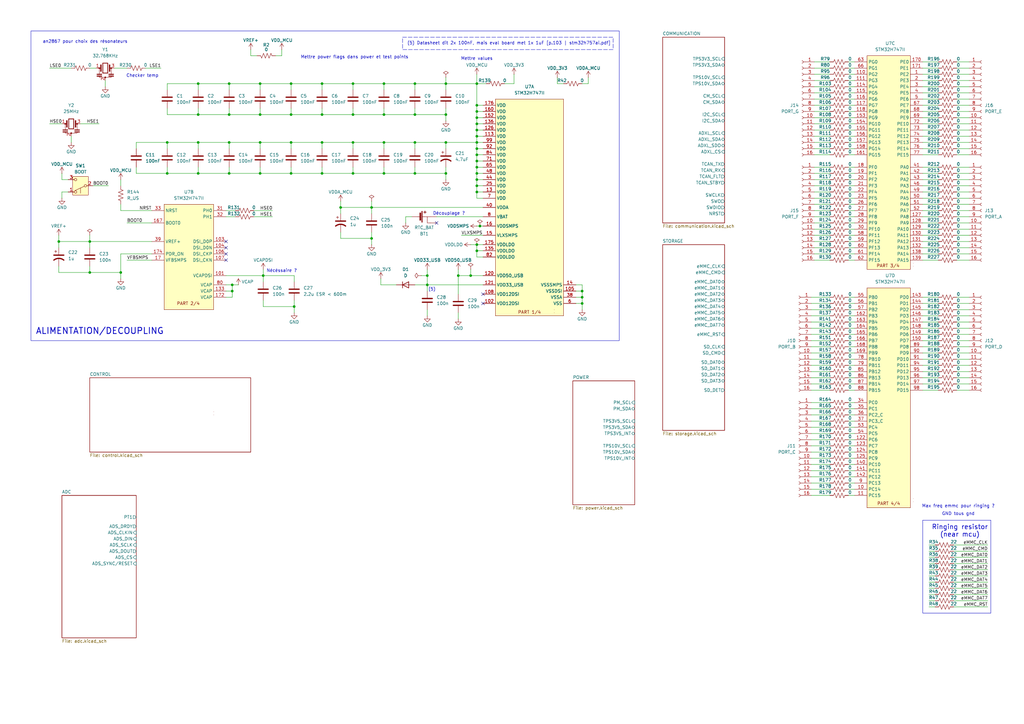
<source format=kicad_sch>
(kicad_sch (version 20250114) (generator "eeschema") (generator_version "9.0")
  (paper "A3")
  (lib_symbols
    (symbol "0CSL_D1_V1:Battery_Holder_1025" (pin_numbers (hide yes)) (pin_names (offset 0) (hide yes))
      (property "Reference" "BT" (at 2.54 2.54 0))
      (property "Value" "Battery_Holder_1025" (at 2.54 0 0))
      (symbol "Battery_Holder_1025_1_1"
        (pin power_out line (at 0 7.62 270) (length 2.54) (name "+") (number "1"))
        (pin passive line (at 0 -2.54 90) (length 2.54) (name "-") (number "2"))
        (pin power_out line (at 2.54 7.62 270) (length 2.54) (name "+") (number "3"))
      )
    )
    (symbol "Connector:Conn_01x16_Socket" (pin_names (offset 1.016) (hide yes))
      (property "Reference" "J" (at 0 20.32 0))
      (property "Value" "Conn_01x16_Socket" (at 0 -22.86 0))
      (symbol "Conn_01x16_Socket_1_1"
        (pin passive line (at -5.08 17.78 0) (length 3.81) (name "Pin_1") (number "1"))
        (pin passive line (at -5.08 15.24 0) (length 3.81) (name "Pin_2") (number "2"))
        (pin passive line (at -5.08 12.7 0) (length 3.81) (name "Pin_3") (number "3"))
        (pin passive line (at -5.08 10.16 0) (length 3.81) (name "Pin_4") (number "4"))
        (pin passive line (at -5.08 7.62 0) (length 3.81) (name "Pin_5") (number "5"))
        (pin passive line (at -5.08 5.08 0) (length 3.81) (name "Pin_6") (number "6"))
        (pin passive line (at -5.08 2.54 0) (length 3.81) (name "Pin_7") (number "7"))
        (pin passive line (at -5.08 0 0) (length 3.81) (name "Pin_8") (number "8"))
        (pin passive line (at -5.08 -2.54 0) (length 3.81) (name "Pin_9") (number "9"))
        (pin passive line (at -5.08 -5.08 0) (length 3.81) (name "Pin_10") (number "10"))
        (pin passive line (at -5.08 -7.62 0) (length 3.81) (name "Pin_11") (number "11"))
        (pin passive line (at -5.08 -10.16 0) (length 3.81) (name "Pin_12") (number "12"))
        (pin passive line (at -5.08 -12.7 0) (length 3.81) (name "Pin_13") (number "13"))
        (pin passive line (at -5.08 -15.24 0) (length 3.81) (name "Pin_14") (number "14"))
        (pin passive line (at -5.08 -17.78 0) (length 3.81) (name "Pin_15") (number "15"))
        (pin passive line (at -5.08 -20.32 0) (length 3.81) (name "Pin_16") (number "16"))
      )
    )
    (symbol "Device:C" (pin_numbers (hide yes)) (pin_names (offset 0.254))
      (property "Reference" "C" (at 0.635 2.54 0))
      (property "Value" "C" (at 0.635 -2.54 0))
      (symbol "C_1_1"
        (pin passive line (at 0 3.81 270) (length 2.794) (name "~") (number "1"))
        (pin passive line (at 0 -3.81 90) (length 2.794) (name "~") (number "2"))
      )
    )
    (symbol "Device:C_Polarized_US" (pin_numbers (hide yes)) (pin_names (offset 0.254) (hide yes))
      (property "Reference" "C" (at 0.635 2.54 0))
      (property "Value" "C_Polarized_US" (at 0.635 -2.54 0))
      (symbol "C_Polarized_US_1_1"
        (pin passive line (at 0 3.81 270) (length 2.794) (name "~") (number "1"))
        (pin passive line (at 0 -3.81 90) (length 3.302) (name "~") (number "2"))
      )
    )
    (symbol "Device:D" (pin_numbers (hide yes)) (pin_names (offset 1.016) (hide yes))
      (property "Reference" "D" (at 0 2.54 0))
      (property "Value" "D" (at 0 -2.54 0))
      (symbol "D_1_1"
        (pin passive line (at -3.81 0 0) (length 2.54) (name "K") (number "1"))
        (pin passive line (at 3.81 0 180) (length 2.54) (name "A") (number "2"))
      )
    )
    (symbol "Device:R_US" (pin_numbers (hide yes)) (pin_names (offset 0))
      (property "Reference" "R" (at 2.54 0 90))
      (property "Value" "R_US" (at -2.54 0 90))
      (symbol "R_US_1_1"
        (pin passive line (at 0 3.81 270) (length 1.27) (name "~") (number "1"))
        (pin passive line (at 0 -3.81 90) (length 1.27) (name "~") (number "2"))
      )
    )
    (symbol "Device:Resonator" (pin_names (offset 1.016) (hide yes))
      (property "Reference" "Y" (at 0 5.715 0))
      (property "Value" "Resonator" (at 0 3.81 0))
      (symbol "Resonator_1_1"
        (pin passive line (at -3.81 0 0) (length 1.27) (name "1") (number "1"))
        (pin passive line (at 0 -5.08 90) (length 1.27) (name "2") (number "2"))
        (pin passive line (at 3.81 0 180) (length 1.27) (name "3") (number "3"))
      )
    )
    (symbol "FSU_LIB:STM32H747II"
      (property "Reference" "U" (at 0 1.524 0))
      (property "Value" "STM32H747II" (at 0 0 0))
      (symbol "STM32H747II_1_1"
        (text "PART 1/4\n" (at 0 -87.376 0) (effects (font (size 1.27 1.27))))
        (pin power_in line (at -19.05 -2.54 0) (length 5.08) (name "VDD") (number "176"))
        (pin power_in line (at -19.05 -5.08 0) (length 5.08) (name "VDD") (number "160"))
        (pin power_in line (at -19.05 -7.62 0) (length 5.08) (name "VDD") (number "152"))
        (pin power_in line (at -19.05 -10.16 0) (length 5.08) (name "VDD") (number "136"))
        (pin power_in line (at -19.05 -12.7 0) (length 5.08) (name "VDD") (number "126"))
        (pin power_in line (at -19.05 -15.24 0) (length 5.08) (name "VDD") (number "113"))
        (pin power_in line (at -19.05 -17.78 0) (length 5.08) (name "VDD") (number "99"))
        (pin power_in line (at -19.05 -20.32 0) (length 5.08) (name "VDD") (number "92"))
        (pin power_in line (at -19.05 -22.86 0) (length 5.08) (name "VDD") (number "84"))
        (pin power_in line (at -19.05 -25.4 0) (length 5.08) (name "VDD") (number "71"))
        (pin power_in line (at -19.05 -27.94 0) (length 5.08) (name "VDD") (number "65"))
        (pin power_in line (at -19.05 -30.48 0) (length 5.08) (name "VDD") (number "48"))
        (pin power_in line (at -19.05 -33.02 0) (length 5.08) (name "VDD") (number "44"))
        (pin power_in line (at -19.05 -35.56 0) (length 5.08) (name "VDD") (number "25"))
        (pin power_in line (at -19.05 -38.1 0) (length 5.08) (name "VDD") (number "13"))
        (pin power_in line (at -19.05 -40.64 0) (length 5.08) (name "VDD") (number "7"))
        (pin power_in line (at -19.05 -44.45 0) (length 5.08) (name "VDDA") (number "40"))
        (pin power_in line (at -19.05 -48.26 0) (length 5.08) (name "VBAT") (number "8"))
        (pin power_in line (at -19.05 -52.07 0) (length 5.08) (name "VDDSMPS") (number "16"))
        (pin power_in line (at -19.05 -55.88 0) (length 5.08) (name "VLXSMPS") (number "15"))
        (pin power_in line (at -19.05 -59.69 0) (length 5.08) (name "VDDLDO") (number "175"))
        (pin power_in line (at -19.05 -62.23 0) (length 5.08) (name "VDDLDO") (number "135"))
        (pin power_in line (at -19.05 -64.77 0) (length 5.08) (name "VDDLDO") (number "82"))
        (pin power_in line (at -19.05 -72.39 0) (length 5.08) (name "VDD50_USB") (number "120"))
        (pin power_in line (at -19.05 -76.2 0) (length 5.08) (name "VDD33_USB") (number "121"))
        (pin power_in line (at -19.05 -80.01 0) (length 5.08) (name "VDD12DSI") (number "108"))
        (pin power_in line (at -19.05 -83.82 0) (length 5.08) (name "VDD12DSI") (number "102"))
        (pin power_in line (at 19.05 -76.2 180) (length 5.08) (name "VSSSMPS") (number "14"))
        (pin power_in line (at 19.05 -78.74 180) (length 5.08) (name "VSSDSI") (number "105"))
        (pin passive line (at 19.05 -78.74 180) (length 5.08) (hide yes) (name "VSSDSI") (number "109"))
        (pin power_in line (at 19.05 -81.28 180) (length 5.08) (name "VSSA") (number "38"))
        (pin passive line (at 19.05 -83.82 180) (length 5.08) (hide yes) (name "VSS") (number "100"))
        (pin passive line (at 19.05 -83.82 180) (length 5.08) (hide yes) (name "VSS") (number "112"))
        (pin passive line (at 19.05 -83.82 180) (length 5.08) (hide yes) (name "VSS") (number "119"))
        (pin passive line (at 19.05 -83.82 180) (length 5.08) (hide yes) (name "VSS") (number "12"))
        (pin passive line (at 19.05 -83.82 180) (length 5.08) (hide yes) (name "VSS") (number "134"))
        (pin passive line (at 19.05 -83.82 180) (length 5.08) (hide yes) (name "VSS") (number "137"))
        (pin passive line (at 19.05 -83.82 180) (length 5.08) (hide yes) (name "VSS") (number "151"))
        (pin passive line (at 19.05 -83.82 180) (length 5.08) (hide yes) (name "VSS") (number "159"))
        (pin passive line (at 19.05 -83.82 180) (length 5.08) (hide yes) (name "VSS") (number "173"))
        (pin passive line (at 19.05 -83.82 180) (length 5.08) (hide yes) (name "VSS") (number "24"))
        (pin passive line (at 19.05 -83.82 180) (length 5.08) (hide yes) (name "VSS") (number "45"))
        (pin passive line (at 19.05 -83.82 180) (length 5.08) (hide yes) (name "VSS") (number "47"))
        (pin power_in line (at 19.05 -83.82 180) (length 5.08) (name "VSS") (number "6"))
        (pin passive line (at 19.05 -83.82 180) (length 5.08) (hide yes) (name "VSS") (number "64"))
        (pin passive line (at 19.05 -83.82 180) (length 5.08) (hide yes) (name "VSS") (number "70"))
        (pin passive line (at 19.05 -83.82 180) (length 5.08) (hide yes) (name "VSS") (number "81"))
        (pin passive line (at 19.05 -83.82 180) (length 5.08) (hide yes) (name "VSS") (number "83"))
        (pin passive line (at 19.05 -83.82 180) (length 5.08) (hide yes) (name "VSS") (number "93"))
      )
      (symbol "STM32H747II_2_1"
        (text "PART 2/4\n" (at -0.254 -41.91 0) (effects (font (size 1.27 1.27))))
        (pin input line (at -15.24 -3.81 0) (length 5.08) (name "NRST") (number "33"))
        (pin input line (at -15.24 -8.89 0) (length 5.08) (name "BOOT0") (number "167"))
        (pin input line (at -15.24 -16.51 0) (length 5.08) (name "VREF+") (number "39"))
        (pin input line (at -15.24 -21.59 0) (length 5.08) (name "PDR_ON") (number "174"))
        (pin input line (at -15.24 -24.13 0) (length 5.08) (name "VFBSMPS") (number "17"))
        (pin bidirectional line (at 15.24 -3.81 180) (length 5.08) (name "PH0") (number "31"))
        (pin bidirectional line (at 15.24 -6.35 180) (length 5.08) (name "PH1") (number "32"))
        (pin bidirectional line (at 15.24 -16.51 180) (length 5.08) (name "DSI_D0P") (number "103"))
        (pin bidirectional line (at 15.24 -19.05 180) (length 5.08) (name "DSI_D0N") (number "104"))
        (pin bidirectional line (at 15.24 -21.59 180) (length 5.08) (name "DSI_CKP") (number "106"))
        (pin bidirectional line (at 15.24 -24.13 180) (length 5.08) (name "DSI_CKN") (number "107"))
        (pin power_out line (at 15.24 -30.48 180) (length 5.08) (name "VCAPDSI") (number "101"))
        (pin power_out line (at 15.24 -34.29 180) (length 5.08) (name "VCAP") (number "80"))
        (pin power_out line (at 15.24 -36.83 180) (length 5.08) (name "VCAP") (number "133"))
        (pin power_out line (at 15.24 -39.37 180) (length 5.08) (name "VCAP") (number "172"))
      )
      (symbol "STM32H747II_3_1"
        (text "PART 3/4\n" (at -0.254 -87.376 0) (effects (font (size 1.27 1.27))))
        (pin bidirectional line (at -13.97 -3.81 0) (length 5.08) (name "PG0") (number "63"))
        (pin bidirectional line (at -13.97 -6.35 0) (length 5.08) (name "PG1") (number "66"))
        (pin bidirectional line (at -13.97 -8.89 0) (length 5.08) (name "PG2") (number "110"))
        (pin bidirectional line (at -13.97 -11.43 0) (length 5.08) (name "PG3") (number "111"))
        (pin bidirectional line (at -13.97 -13.97 0) (length 5.08) (name "PG4") (number "114"))
        (pin bidirectional line (at -13.97 -16.51 0) (length 5.08) (name "PG5") (number "115"))
        (pin bidirectional line (at -13.97 -19.05 0) (length 5.08) (name "PG6") (number "116"))
        (pin bidirectional line (at -13.97 -21.59 0) (length 5.08) (name "PG7") (number "117"))
        (pin bidirectional line (at -13.97 -24.13 0) (length 5.08) (name "PG8") (number "118"))
        (pin bidirectional line (at -13.97 -26.67 0) (length 5.08) (name "PG9") (number "153"))
        (pin bidirectional line (at -13.97 -29.21 0) (length 5.08) (name "PG10") (number "154"))
        (pin bidirectional line (at -13.97 -31.75 0) (length 5.08) (name "PG11") (number "155"))
        (pin bidirectional line (at -13.97 -34.29 0) (length 5.08) (name "PG12") (number "156"))
        (pin bidirectional line (at -13.97 -36.83 0) (length 5.08) (name "PG13") (number "157"))
        (pin bidirectional line (at -13.97 -39.37 0) (length 5.08) (name "PG14") (number "158"))
        (pin bidirectional line (at -13.97 -41.91 0) (length 5.08) (name "PG15") (number "161"))
        (pin bidirectional line (at -13.97 -46.99 0) (length 5.08) (name "PF0") (number "18"))
        (pin bidirectional line (at -13.97 -49.53 0) (length 5.08) (name "PF1") (number "19"))
        (pin bidirectional line (at -13.97 -52.07 0) (length 5.08) (name "PF2") (number "20"))
        (pin bidirectional line (at -13.97 -54.61 0) (length 5.08) (name "PF3") (number "21"))
        (pin bidirectional line (at -13.97 -57.15 0) (length 5.08) (name "PF4") (number "22"))
        (pin bidirectional line (at -13.97 -59.69 0) (length 5.08) (name "PF5") (number "23"))
        (pin bidirectional line (at -13.97 -62.23 0) (length 5.08) (name "PF6") (number "26"))
        (pin bidirectional line (at -13.97 -64.77 0) (length 5.08) (name "PF7") (number "27"))
        (pin bidirectional line (at -13.97 -67.31 0) (length 5.08) (name "PF8") (number "28"))
        (pin bidirectional line (at -13.97 -69.85 0) (length 5.08) (name "PF9") (number "29"))
        (pin bidirectional line (at -13.97 -72.39 0) (length 5.08) (name "PF10") (number "30"))
        (pin bidirectional line (at -13.97 -74.93 0) (length 5.08) (name "PF11") (number "58"))
        (pin bidirectional line (at -13.97 -77.47 0) (length 5.08) (name "PF12") (number "59"))
        (pin bidirectional line (at -13.97 -80.01 0) (length 5.08) (name "PF13") (number "60"))
        (pin bidirectional line (at -13.97 -82.55 0) (length 5.08) (name "PF14") (number "61"))
        (pin bidirectional line (at -13.97 -85.09 0) (length 5.08) (name "PF15") (number "62"))
        (pin bidirectional line (at 13.97 -3.81 180) (length 5.08) (name "PE0") (number "170"))
        (pin bidirectional line (at 13.97 -6.35 180) (length 5.08) (name "PE1") (number "171"))
        (pin bidirectional line (at 13.97 -8.89 180) (length 5.08) (name "PE2") (number "1"))
        (pin bidirectional line (at 13.97 -11.43 180) (length 5.08) (name "PE3") (number "2"))
        (pin bidirectional line (at 13.97 -13.97 180) (length 5.08) (name "PE4") (number "3"))
        (pin bidirectional line (at 13.97 -16.51 180) (length 5.08) (name "PE5") (number "4"))
        (pin bidirectional line (at 13.97 -19.05 180) (length 5.08) (name "PE6") (number "5"))
        (pin bidirectional line (at 13.97 -21.59 180) (length 5.08) (name "PE7") (number "67"))
        (pin bidirectional line (at 13.97 -24.13 180) (length 5.08) (name "PE8") (number "68"))
        (pin bidirectional line (at 13.97 -26.67 180) (length 5.08) (name "PE9") (number "69"))
        (pin bidirectional line (at 13.97 -29.21 180) (length 5.08) (name "PE10") (number "72"))
        (pin bidirectional line (at 13.97 -31.75 180) (length 5.08) (name "PE11") (number "73"))
        (pin bidirectional line (at 13.97 -34.29 180) (length 5.08) (name "PE12") (number "74"))
        (pin bidirectional line (at 13.97 -36.83 180) (length 5.08) (name "PE13") (number "75"))
        (pin bidirectional line (at 13.97 -39.37 180) (length 5.08) (name "PE14") (number "76"))
        (pin bidirectional line (at 13.97 -41.91 180) (length 5.08) (name "PE15") (number "77"))
        (pin bidirectional line (at 13.97 -46.99 180) (length 5.08) (name "PA0") (number "41"))
        (pin bidirectional line (at 13.97 -49.53 180) (length 5.08) (name "PA1") (number "42"))
        (pin bidirectional line (at 13.97 -52.07 180) (length 5.08) (name "PA2") (number "43"))
        (pin bidirectional line (at 13.97 -54.61 180) (length 5.08) (name "PA3") (number "46"))
        (pin bidirectional line (at 13.97 -57.15 180) (length 5.08) (name "PA4") (number "49"))
        (pin bidirectional line (at 13.97 -59.69 180) (length 5.08) (name "PA5") (number "50"))
        (pin bidirectional line (at 13.97 -62.23 180) (length 5.08) (name "PA6") (number "51"))
        (pin bidirectional line (at 13.97 -64.77 180) (length 5.08) (name "PA7") (number "52"))
        (pin bidirectional line (at 13.97 -67.31 180) (length 5.08) (name "PA8") (number "127"))
        (pin bidirectional line (at 13.97 -69.85 180) (length 5.08) (name "PA9") (number "128"))
        (pin bidirectional line (at 13.97 -72.39 180) (length 5.08) (name "PA10") (number "129"))
        (pin bidirectional line (at 13.97 -74.93 180) (length 5.08) (name "PA11") (number "130"))
        (pin bidirectional line (at 13.97 -77.47 180) (length 5.08) (name "PA12") (number "131"))
        (pin bidirectional line (at 13.97 -80.01 180) (length 5.08) (name "PA13") (number "132"))
        (pin bidirectional line (at 13.97 -82.55 180) (length 5.08) (name "PA14") (number "138"))
        (pin bidirectional line (at 13.97 -85.09 180) (length 5.08) (name "PA15") (number "139"))
      )
      (symbol "STM32H747II_4_1"
        (text "PART 4/4\n" (at 0 -88.392 0) (effects (font (size 1.27 1.27))))
        (pin bidirectional line (at -13.97 -3.81 0) (length 5.08) (name "PB0") (number "55"))
        (pin bidirectional line (at -13.97 -6.35 0) (length 5.08) (name "PB1") (number "56"))
        (pin bidirectional line (at -13.97 -8.89 0) (length 5.08) (name "PB2") (number "57"))
        (pin bidirectional line (at -13.97 -11.43 0) (length 5.08) (name "PB3") (number "162"))
        (pin bidirectional line (at -13.97 -13.97 0) (length 5.08) (name "PB4") (number "163"))
        (pin bidirectional line (at -13.97 -16.51 0) (length 5.08) (name "PB5") (number "164"))
        (pin bidirectional line (at -13.97 -19.05 0) (length 5.08) (name "PB6") (number "165"))
        (pin bidirectional line (at -13.97 -21.59 0) (length 5.08) (name "PB7") (number "166"))
        (pin bidirectional line (at -13.97 -24.13 0) (length 5.08) (name "PB8") (number "168"))
        (pin bidirectional line (at -13.97 -26.67 0) (length 5.08) (name "PB9") (number "169"))
        (pin bidirectional line (at -13.97 -29.21 0) (length 5.08) (name "PB10") (number "78"))
        (pin bidirectional line (at -13.97 -31.75 0) (length 5.08) (name "PB11") (number "79"))
        (pin bidirectional line (at -13.97 -34.29 0) (length 5.08) (name "PB12") (number "85"))
        (pin bidirectional line (at -13.97 -36.83 0) (length 5.08) (name "PB13") (number "86"))
        (pin bidirectional line (at -13.97 -39.37 0) (length 5.08) (name "PB14") (number "87"))
        (pin bidirectional line (at -13.97 -41.91 0) (length 5.08) (name "PB15") (number "88"))
        (pin bidirectional line (at -13.97 -46.99 0) (length 5.08) (name "PC0") (number "34"))
        (pin bidirectional line (at -13.97 -49.53 0) (length 5.08) (name "PC1") (number "35"))
        (pin bidirectional line (at -13.97 -52.07 0) (length 5.08) (name "PC2_C") (number "36"))
        (pin bidirectional line (at -13.97 -54.61 0) (length 5.08) (name "PC3_C") (number "37"))
        (pin bidirectional line (at -13.97 -57.15 0) (length 5.08) (name "PC4") (number "53"))
        (pin bidirectional line (at -13.97 -59.69 0) (length 5.08) (name "PC5") (number "54"))
        (pin bidirectional line (at -13.97 -62.23 0) (length 5.08) (name "PC6") (number "122"))
        (pin bidirectional line (at -13.97 -64.77 0) (length 5.08) (name "PC7") (number "123"))
        (pin bidirectional line (at -13.97 -67.31 0) (length 5.08) (name "PC8") (number "124"))
        (pin bidirectional line (at -13.97 -69.85 0) (length 5.08) (name "PC9") (number "125"))
        (pin bidirectional line (at -13.97 -72.39 0) (length 5.08) (name "PC10") (number "140"))
        (pin bidirectional line (at -13.97 -74.93 0) (length 5.08) (name "PC11") (number "141"))
        (pin bidirectional line (at -13.97 -77.47 0) (length 5.08) (name "PC12") (number "142"))
        (pin bidirectional line (at -13.97 -80.01 0) (length 5.08) (name "PC13") (number "9"))
        (pin bidirectional line (at -13.97 -82.55 0) (length 5.08) (name "PC14") (number "10"))
        (pin bidirectional line (at -13.97 -85.09 0) (length 5.08) (name "PC15") (number "11"))
        (pin bidirectional line (at 13.97 -3.81 180) (length 5.08) (name "PD0") (number "143"))
        (pin bidirectional line (at 13.97 -6.35 180) (length 5.08) (name "PD1") (number "144"))
        (pin bidirectional line (at 13.97 -8.89 180) (length 5.08) (name "PD2") (number "145"))
        (pin bidirectional line (at 13.97 -11.43 180) (length 5.08) (name "PD3") (number "146"))
        (pin bidirectional line (at 13.97 -13.97 180) (length 5.08) (name "PD4") (number "147"))
        (pin bidirectional line (at 13.97 -16.51 180) (length 5.08) (name "PD5") (number "148"))
        (pin bidirectional line (at 13.97 -19.05 180) (length 5.08) (name "PD6") (number "149"))
        (pin bidirectional line (at 13.97 -21.59 180) (length 5.08) (name "PD7") (number "150"))
        (pin bidirectional line (at 13.97 -24.13 180) (length 5.08) (name "PD8") (number "89"))
        (pin bidirectional line (at 13.97 -26.67 180) (length 5.08) (name "PD9") (number "90"))
        (pin bidirectional line (at 13.97 -29.21 180) (length 5.08) (name "PD10") (number "91"))
        (pin bidirectional line (at 13.97 -31.75 180) (length 5.08) (name "PD11") (number "94"))
        (pin bidirectional line (at 13.97 -34.29 180) (length 5.08) (name "PD12") (number "95"))
        (pin bidirectional line (at 13.97 -36.83 180) (length 5.08) (name "PD13") (number "96"))
        (pin bidirectional line (at 13.97 -39.37 180) (length 5.08) (name "PD14") (number "97"))
        (pin bidirectional line (at 13.97 -41.91 180) (length 5.08) (name "PD15") (number "98"))
      )
    )
    (symbol "Switch:SW_Push_SPDT" (pin_names (offset 0) (hide yes))
      (property "Reference" "SW" (at 0 5.08 0))
      (property "Value" "SW_Push_SPDT" (at 0 -5.08 0))
      (symbol "SW_Push_SPDT_1_1"
        (pin passive line (at -5.08 0 0) (length 2.54) (name "B") (number "2"))
        (pin passive line (at 5.08 2.54 180) (length 2.54) (name "A") (number "1"))
        (pin passive line (at 5.08 -2.54 180) (length 2.54) (name "C") (number "3"))
      )
    )
    (symbol "power:GND" (power) (pin_numbers (hide yes)) (pin_names (offset 0) (hide yes))
      (property "Value" "GND" (at 0 -3.81 0))
      (symbol "GND_1_1"
        (pin power_in line (at 0 0 270) (length 0) (name "~") (number "1"))
      )
    )
    (symbol "power:PWR_FLAG" (power) (pin_numbers (hide yes)) (pin_names (offset 0) (hide yes))
      (property "Value" "PWR_FLAG" (at 0 3.81 0))
      (symbol "PWR_FLAG_0_0"
        (pin power_out line (at 0 0 90) (length 0) (name "~") (number "1"))
      )
    )
    (symbol "power:VCC" (power) (pin_numbers (hide yes)) (pin_names (offset 0) (hide yes))
      (property "Value" "VCC" (at 0 3.556 0))
      (symbol "VCC_1_1"
        (pin power_in line (at 0 0 90) (length 0) (name "~") (number "1"))
      )
    )
    (symbol "power:VDD" (power) (pin_numbers (hide yes)) (pin_names (offset 0) (hide yes))
      (property "Value" "VDD" (at 0 3.556 0))
      (symbol "VDD_1_1"
        (pin power_in line (at 0 0 90) (length 0) (name "~") (number "1"))
      )
    )
  )
  (rectangle (start 165.1 15.24) (end 251.46 20.32) (stroke (width 0) (type dash)))
  (rectangle (start 12.7 12.7) (end 254 139.7))
  (rectangle (start 378.46 213.36) (end 406.4 251.46))
  (text "Max freq emmc pour ringing ?" (at 393.065 207.645 0) (effects (font (size 1.27 1.27))))
  (text "Mettre values" (at 195.58 24.13 0) (effects (font (size 1.27 1.27))))
  (text "GND tous gnd\n" (at 393.065 210.82 0) (effects (font (size 1.27 1.27))))
  (text "Ringing resistor\n(near mcu)" (at 393.7 217.805 0) (effects (font (size 1.905 1.905) (thickness 0.2381))))
  (text "(5)" (at 177.165 118.745 0) (effects (font (size 1.27 1.27))))
  (text "Mettre power flags dans power et test points\n" (at 145.415 23.495 0) (effects (font (size 1.27 1.27))))
  (text "Nécéssaire ?" (at 115.57 111.125 0) (effects (font (size 1.27 1.27))))
  (text "ALIMENTATION/DECOUPLING" (at 14.605 135.89 0) (effects (font (size 2.54 2.54) (thickness 0.3175)) (justify left)))
  (text "(5) Datasheet dit 2x 100nF, mais eval board met 1x 1uF [p.103 | stm32h757ai.pdf]\n" (at 167.005 17.78 0) (effects (font (size 1.27 1.27)) (justify left)))
  (text "Découplage ?" (at 184.15 87.63 0) (effects (font (size 1.27 1.27))))
  (text "Checker temp\n" (at 58.42 31.115 0) (effects (font (size 1.27 1.27))))
  (text "an2867 pour choix des résonateurs\n" (at 34.925 17.145 0) (effects (font (size 1.27 1.27))))
  (junction (at 93.98 46.99))
  (junction (at 106.68 58.42))
  (junction (at 175.26 116.84))
  (junction (at 144.78 58.42))
  (junction (at 119.38 46.99))
  (junction (at 195.58 66.04))
  (junction (at 195.58 53.34))
  (junction (at 182.88 71.12))
  (junction (at 195.58 71.12))
  (junction (at 49.53 111.76))
  (junction (at 195.58 63.5))
  (junction (at 195.58 58.42))
  (junction (at 193.04 113.03))
  (junction (at 238.76 124.46))
  (junction (at 157.48 58.42))
  (junction (at 157.48 34.29))
  (junction (at 170.18 46.99))
  (junction (at 132.08 58.42))
  (junction (at 139.7 85.09))
  (junction (at 132.08 34.29))
  (junction (at 144.78 71.12))
  (junction (at 36.83 99.06))
  (junction (at 93.98 71.12))
  (junction (at 68.58 58.42))
  (junction (at 106.68 34.29))
  (junction (at 68.58 71.12))
  (junction (at 157.48 71.12))
  (junction (at 170.18 71.12))
  (junction (at 195.58 43.18))
  (junction (at 81.28 34.29))
  (junction (at 132.08 71.12))
  (junction (at 195.58 102.87))
  (junction (at 195.58 50.8))
  (junction (at 170.18 58.42))
  (junction (at 93.98 34.29))
  (junction (at 195.58 78.74))
  (junction (at 132.08 46.99))
  (junction (at 196.85 92.71))
  (junction (at 119.38 34.29))
  (junction (at 238.76 119.38))
  (junction (at 106.68 46.99))
  (junction (at 81.28 71.12))
  (junction (at 195.58 48.26))
  (junction (at 95.25 116.84))
  (junction (at 81.28 46.99))
  (junction (at 95.25 119.38))
  (junction (at 81.28 58.42))
  (junction (at 152.4 97.79))
  (junction (at 195.58 76.2))
  (junction (at 195.58 73.66))
  (junction (at 195.58 34.29))
  (junction (at 157.48 46.99))
  (junction (at 106.68 71.12))
  (junction (at 144.78 34.29))
  (junction (at 144.78 46.99))
  (junction (at 170.18 34.29))
  (junction (at 36.83 111.76))
  (junction (at 120.65 125.73))
  (junction (at 195.58 45.72))
  (junction (at 182.88 46.99))
  (junction (at 107.95 113.03))
  (junction (at 175.26 113.03))
  (junction (at 119.38 71.12))
  (junction (at 152.4 85.09))
  (junction (at 24.13 99.06))
  (junction (at 238.76 121.92))
  (junction (at 93.98 58.42))
  (junction (at 182.88 58.42))
  (junction (at 195.58 68.58))
  (junction (at 195.58 55.88))
  (junction (at 182.88 34.29))
  (junction (at 195.58 60.96))
  (junction (at 187.96 113.03))
  (junction (at 195.58 100.33))
  (junction (at 119.38 58.42))
  (no_connect (at 198.12 120.65))
  (no_connect (at 179.07 91.44))
  (no_connect (at 198.12 124.46))
  (no_connect (at 92.71 106.68))
  (no_connect (at 92.71 101.6))
  (no_connect (at 92.71 99.06))
  (no_connect (at 92.71 104.14))
  (wire (pts (xy 104.14 86.36) (xy 111.76 86.36)))
  (wire (pts (xy 93.98 46.99) (xy 106.68 46.99)))
  (wire (pts (xy 156.21 114.3) (xy 156.21 116.84)))
  (wire (pts (xy 334.01 91.44) (xy 340.36 91.44)))
  (wire (pts (xy 187.96 113.03) (xy 193.04 113.03)))
  (wire (pts (xy 397.51 104.14) (xy 392.43 104.14)))
  (wire (pts (xy 391.16 243.84) (xy 405.13 243.84)))
  (wire (pts (xy 334.01 76.2) (xy 340.36 76.2)))
  (wire (pts (xy 334.01 27.94) (xy 340.36 27.94)))
  (wire (pts (xy 195.58 76.2) (xy 195.58 78.74)))
  (wire (pts (xy 195.58 92.71) (xy 196.85 92.71)))
  (wire (pts (xy 397.51 157.48) (xy 392.43 157.48)))
  (wire (pts (xy 152.4 97.79) (xy 152.4 100.33)))
  (wire (pts (xy 93.98 71.12) (xy 106.68 71.12)))
  (wire (pts (xy 334.01 45.72) (xy 340.36 45.72)))
  (wire (pts (xy 144.78 46.99) (xy 157.48 46.99)))
  (wire (pts (xy 392.43 33.02) (xy 397.51 33.02)))
  (wire (pts (xy 334.01 104.14) (xy 340.36 104.14)))
  (wire (pts (xy 347.98 167.64) (xy 350.52 167.64)))
  (wire (pts (xy 49.53 104.14) (xy 62.23 104.14)))
  (wire (pts (xy 347.98 139.7) (xy 350.52 139.7)))
  (wire (pts (xy 384.81 144.78) (xy 378.46 144.78)))
  (wire (pts (xy 187.96 113.03) (xy 187.96 110.49)))
  (wire (pts (xy 195.58 63.5) (xy 195.58 66.04)))
  (wire (pts (xy 347.98 185.42) (xy 350.52 185.42)))
  (wire (pts (xy 391.16 223.52) (xy 405.13 223.52)))
  (wire (pts (xy 347.98 129.54) (xy 350.52 129.54)))
  (wire (pts (xy 391.16 241.3) (xy 405.13 241.3)))
  (wire (pts (xy 397.51 81.28) (xy 392.43 81.28)))
  (wire (pts (xy 49.53 111.76) (xy 49.53 114.3)))
  (wire (pts (xy 332.74 160.02) (xy 340.36 160.02)))
  (wire (pts (xy 347.98 172.72) (xy 350.52 172.72)))
  (wire (pts (xy 24.13 99.06) (xy 36.83 99.06)))
  (wire (pts (xy 381 226.06) (xy 383.54 226.06)))
  (wire (pts (xy 397.51 139.7) (xy 392.43 139.7)))
  (wire (pts (xy 392.43 63.5) (xy 397.51 63.5)))
  (wire (pts (xy 334.01 30.48) (xy 340.36 30.48)))
  (wire (pts (xy 193.04 113.03) (xy 198.12 113.03)))
  (wire (pts (xy 81.28 34.29) (xy 81.28 36.83)))
  (wire (pts (xy 106.68 46.99) (xy 106.68 44.45)))
  (wire (pts (xy 95.25 116.84) (xy 97.79 116.84)))
  (wire (pts (xy 384.81 86.36) (xy 378.46 86.36)))
  (wire (pts (xy 106.68 46.99) (xy 119.38 46.99)))
  (wire (pts (xy 397.51 149.86) (xy 392.43 149.86)))
  (wire (pts (xy 238.76 124.46) (xy 238.76 121.92)))
  (wire (pts (xy 132.08 58.42) (xy 132.08 60.96)))
  (wire (pts (xy 93.98 34.29) (xy 106.68 34.29)))
  (wire (pts (xy 334.01 60.96) (xy 340.36 60.96)))
  (wire (pts (xy 334.01 86.36) (xy 340.36 86.36)))
  (wire (pts (xy 81.28 46.99) (xy 93.98 46.99)))
  (wire (pts (xy 196.85 92.71) (xy 198.12 92.71)))
  (wire (pts (xy 187.96 113.03) (xy 187.96 120.65)))
  (wire (pts (xy 347.98 104.14) (xy 350.52 104.14)))
  (wire (pts (xy 238.76 116.84) (xy 236.22 116.84)))
  (wire (pts (xy 392.43 27.94) (xy 397.51 27.94)))
  (wire (pts (xy 144.78 58.42) (xy 157.48 58.42)))
  (wire (pts (xy 170.18 34.29) (xy 170.18 36.83)))
  (wire (pts (xy 332.74 149.86) (xy 340.36 149.86)))
  (wire (pts (xy 195.58 102.87) (xy 198.12 102.87)))
  (wire (pts (xy 68.58 34.29) (xy 81.28 34.29)))
  (wire (pts (xy 119.38 34.29) (xy 132.08 34.29)))
  (wire (pts (xy 347.98 99.06) (xy 350.52 99.06)))
  (wire (pts (xy 334.01 101.6) (xy 340.36 101.6)))
  (wire (pts (xy 384.81 73.66) (xy 378.46 73.66)))
  (wire (pts (xy 384.81 76.2) (xy 378.46 76.2)))
  (wire (pts (xy 334.01 106.68) (xy 340.36 106.68)))
  (wire (pts (xy 347.98 175.26) (xy 350.52 175.26)))
  (wire (pts (xy 182.88 71.12) (xy 182.88 73.66)))
  (wire (pts (xy 347.98 127) (xy 350.52 127)))
  (wire (pts (xy 397.51 142.24) (xy 392.43 142.24)))
  (wire (pts (xy 332.74 182.88) (xy 340.36 182.88)))
  (wire (pts (xy 384.81 78.74) (xy 378.46 78.74)))
  (wire (pts (xy 392.43 58.42) (xy 397.51 58.42)))
  (wire (pts (xy 195.58 100.33) (xy 195.58 102.87)))
  (wire (pts (xy 189.23 96.52) (xy 198.12 96.52)))
  (wire (pts (xy 81.28 34.29) (xy 93.98 34.29)))
  (wire (pts (xy 195.58 66.04) (xy 195.58 68.58)))
  (wire (pts (xy 384.81 124.46) (xy 378.46 124.46)))
  (wire (pts (xy 182.88 34.29) (xy 195.58 34.29)))
  (wire (pts (xy 347.98 144.78) (xy 350.52 144.78)))
  (wire (pts (xy 334.01 53.34) (xy 340.36 53.34)))
  (wire (pts (xy 113.03 22.86) (xy 115.57 22.86)))
  (wire (pts (xy 332.74 177.8) (xy 340.36 177.8)))
  (wire (pts (xy 170.18 46.99) (xy 170.18 44.45)))
  (wire (pts (xy 52.07 91.44) (xy 62.23 91.44)))
  (wire (pts (xy 332.74 193.04) (xy 340.36 193.04)))
  (wire (pts (xy 384.81 127) (xy 378.46 127)))
  (wire (pts (xy 179.07 88.9) (xy 198.12 88.9)))
  (wire (pts (xy 334.01 83.82) (xy 340.36 83.82)))
  (wire (pts (xy 332.74 137.16) (xy 340.36 137.16)))
  (wire (pts (xy 195.58 34.29) (xy 195.58 43.18)))
  (wire (pts (xy 384.81 83.82) (xy 378.46 83.82)))
  (wire (pts (xy 332.74 147.32) (xy 340.36 147.32)))
  (wire (pts (xy 170.18 34.29) (xy 182.88 34.29)))
  (wire (pts (xy 392.43 30.48) (xy 397.51 30.48)))
  (wire (pts (xy 378.46 60.96) (xy 384.81 60.96)))
  (wire (pts (xy 102.87 20.32) (xy 102.87 22.86)))
  (wire (pts (xy 391.16 226.06) (xy 405.13 226.06)))
  (wire (pts (xy 378.46 33.02) (xy 384.81 33.02)))
  (wire (pts (xy 106.68 58.42) (xy 119.38 58.42)))
  (wire (pts (xy 391.16 228.6) (xy 405.13 228.6)))
  (wire (pts (xy 36.83 111.76) (xy 24.13 111.76)))
  (wire (pts (xy 347.98 157.48) (xy 350.52 157.48)))
  (wire (pts (xy 347.98 142.24) (xy 350.52 142.24)))
  (wire (pts (xy 378.46 55.88) (xy 384.81 55.88)))
  (wire (pts (xy 119.38 71.12) (xy 132.08 71.12)))
  (wire (pts (xy 81.28 58.42) (xy 81.28 60.96)))
  (wire (pts (xy 156.21 116.84) (xy 162.56 116.84)))
  (wire (pts (xy 392.43 55.88) (xy 397.51 55.88)))
  (wire (pts (xy 195.58 58.42) (xy 195.58 60.96)))
  (wire (pts (xy 139.7 87.63) (xy 139.7 85.09)))
  (wire (pts (xy 152.4 97.79) (xy 152.4 95.25)))
  (wire (pts (xy 119.38 46.99) (xy 132.08 46.99)))
  (wire (pts (xy 384.81 132.08) (xy 378.46 132.08)))
  (wire (pts (xy 92.71 113.03) (xy 107.95 113.03)))
  (wire (pts (xy 49.53 86.36) (xy 62.23 86.36)))
  (wire (pts (xy 378.46 58.42) (xy 384.81 58.42)))
  (wire (pts (xy 144.78 34.29) (xy 144.78 36.83)))
  (wire (pts (xy 144.78 58.42) (xy 144.78 60.96)))
  (wire (pts (xy 347.98 190.5) (xy 350.52 190.5)))
  (wire (pts (xy 120.65 123.19) (xy 120.65 125.73)))
  (wire (pts (xy 55.88 71.12) (xy 55.88 68.58)))
  (wire (pts (xy 195.58 45.72) (xy 195.58 48.26)))
  (wire (pts (xy 384.81 154.94) (xy 378.46 154.94)))
  (wire (pts (xy 20.32 27.94) (xy 29.21 27.94)))
  (wire (pts (xy 195.58 71.12) (xy 195.58 73.66)))
  (wire (pts (xy 347.98 182.88) (xy 350.52 182.88)))
  (wire (pts (xy 347.98 137.16) (xy 350.52 137.16)))
  (wire (pts (xy 332.74 152.4) (xy 340.36 152.4)))
  (wire (pts (xy 120.65 128.27) (xy 120.65 125.73)))
  (wire (pts (xy 68.58 58.42) (xy 81.28 58.42)))
  (wire (pts (xy 347.98 91.44) (xy 350.52 91.44)))
  (wire (pts (xy 241.3 34.29) (xy 238.76 34.29)))
  (wire (pts (xy 381 248.92) (xy 383.54 248.92)))
  (wire (pts (xy 391.16 246.38) (xy 405.13 246.38)))
  (wire (pts (xy 332.74 134.62) (xy 340.36 134.62)))
  (wire (pts (xy 106.68 71.12) (xy 106.68 68.58)))
  (wire (pts (xy 332.74 190.5) (xy 340.36 190.5)))
  (wire (pts (xy 347.98 63.5) (xy 350.52 63.5)))
  (wire (pts (xy 334.01 35.56) (xy 340.36 35.56)))
  (wire (pts (xy 347.98 25.4) (xy 350.52 25.4)))
  (wire (pts (xy 332.74 185.42) (xy 340.36 185.42)))
  (wire (pts (xy 347.98 154.94) (xy 350.52 154.94)))
  (wire (pts (xy 182.88 31.75) (xy 182.88 34.29)))
  (wire (pts (xy 397.51 91.44) (xy 392.43 91.44)))
  (wire (pts (xy 175.26 110.49) (xy 175.26 113.03)))
  (wire (pts (xy 384.81 121.92) (xy 378.46 121.92)))
  (wire (pts (xy 347.98 40.64) (xy 350.52 40.64)))
  (wire (pts (xy 397.51 124.46) (xy 392.43 124.46)))
  (wire (pts (xy 347.98 160.02) (xy 350.52 160.02)))
  (wire (pts (xy 49.53 104.14) (xy 49.53 111.76)))
  (wire (pts (xy 170.18 71.12) (xy 157.48 71.12)))
  (wire (pts (xy 157.48 58.42) (xy 170.18 58.42)))
  (wire (pts (xy 49.53 73.66) (xy 49.53 76.2)))
  (wire (pts (xy 347.98 71.12) (xy 350.52 71.12)))
  (wire (pts (xy 195.58 53.34) (xy 198.12 53.34)))
  (wire (pts (xy 334.01 55.88) (xy 340.36 55.88)))
  (wire (pts (xy 378.46 63.5) (xy 384.81 63.5)))
  (wire (pts (xy 334.01 71.12) (xy 340.36 71.12)))
  (wire (pts (xy 347.98 88.9) (xy 350.52 88.9)))
  (wire (pts (xy 20.32 50.8) (xy 25.4 50.8)))
  (wire (pts (xy 228.6 31.75) (xy 228.6 34.29)))
  (wire (pts (xy 144.78 46.99) (xy 144.78 44.45)))
  (wire (pts (xy 241.3 31.75) (xy 241.3 34.29)))
  (wire (pts (xy 24.13 96.52) (xy 24.13 99.06)))
  (wire (pts (xy 68.58 34.29) (xy 68.58 36.83)))
  (wire (pts (xy 106.68 34.29) (xy 106.68 36.83)))
  (wire (pts (xy 347.98 170.18) (xy 350.52 170.18)))
  (wire (pts (xy 384.81 147.32) (xy 378.46 147.32)))
  (wire (pts (xy 36.83 96.52) (xy 36.83 99.06)))
  (wire (pts (xy 334.01 68.58) (xy 340.36 68.58)))
  (wire (pts (xy 195.58 60.96) (xy 198.12 60.96)))
  (wire (pts (xy 391.16 231.14) (xy 405.13 231.14)))
  (wire (pts (xy 332.74 144.78) (xy 340.36 144.78)))
  (wire (pts (xy 347.98 177.8) (xy 350.52 177.8)))
  (wire (pts (xy 195.58 48.26) (xy 195.58 50.8)))
  (wire (pts (xy 195.58 53.34) (xy 195.58 55.88)))
  (wire (pts (xy 381 241.3) (xy 383.54 241.3)))
  (wire (pts (xy 332.74 172.72) (xy 340.36 172.72)))
  (wire (pts (xy 107.95 123.19) (xy 107.95 125.73)))
  (wire (pts (xy 182.88 58.42) (xy 182.88 60.96)))
  (wire (pts (xy 119.38 34.29) (xy 119.38 36.83)))
  (wire (pts (xy 347.98 96.52) (xy 350.52 96.52)))
  (wire (pts (xy 195.58 81.28) (xy 198.12 81.28)))
  (wire (pts (xy 195.58 73.66) (xy 195.58 76.2)))
  (wire (pts (xy 332.74 121.92) (xy 340.36 121.92)))
  (wire (pts (xy 195.58 50.8) (xy 198.12 50.8)))
  (wire (pts (xy 392.43 45.72) (xy 397.51 45.72)))
  (wire (pts (xy 347.98 76.2) (xy 350.52 76.2)))
  (wire (pts (xy 139.7 85.09) (xy 152.4 85.09)))
  (wire (pts (xy 182.88 49.53) (xy 182.88 46.99)))
  (wire (pts (xy 144.78 71.12) (xy 132.08 71.12)))
  (wire (pts (xy 238.76 124.46) (xy 238.76 127)))
  (wire (pts (xy 166.37 88.9) (xy 168.91 88.9)))
  (wire (pts (xy 347.98 187.96) (xy 350.52 187.96)))
  (wire (pts (xy 392.43 50.8) (xy 397.51 50.8)))
  (wire (pts (xy 68.58 46.99) (xy 81.28 46.99)))
  (wire (pts (xy 106.68 34.29) (xy 119.38 34.29)))
  (wire (pts (xy 391.16 236.22) (xy 405.13 236.22)))
  (wire (pts (xy 381 233.68) (xy 383.54 233.68)))
  (wire (pts (xy 397.51 88.9) (xy 392.43 88.9)))
  (wire (pts (xy 195.58 100.33) (xy 198.12 100.33)))
  (wire (pts (xy 68.58 58.42) (xy 68.58 60.96)))
  (wire (pts (xy 24.13 99.06) (xy 24.13 101.6)))
  (wire (pts (xy 238.76 121.92) (xy 238.76 119.38)))
  (wire (pts (xy 119.38 58.42) (xy 119.38 60.96)))
  (wire (pts (xy 93.98 34.29) (xy 93.98 36.83)))
  (wire (pts (xy 210.82 34.29) (xy 207.01 34.29)))
  (wire (pts (xy 170.18 46.99) (xy 182.88 46.99)))
  (wire (pts (xy 347.98 180.34) (xy 350.52 180.34)))
  (wire (pts (xy 182.88 71.12) (xy 170.18 71.12)))
  (wire (pts (xy 332.74 127) (xy 340.36 127)))
  (wire (pts (xy 347.98 165.1) (xy 350.52 165.1)))
  (wire (pts (xy 391.16 238.76) (xy 405.13 238.76)))
  (wire (pts (xy 347.98 50.8) (xy 350.52 50.8)))
  (wire (pts (xy 347.98 106.68) (xy 350.52 106.68)))
  (wire (pts (xy 132.08 46.99) (xy 144.78 46.99)))
  (wire (pts (xy 381 223.52) (xy 383.54 223.52)))
  (wire (pts (xy 378.46 48.26) (xy 384.81 48.26)))
  (wire (pts (xy 334.01 38.1) (xy 340.36 38.1)))
  (wire (pts (xy 397.51 152.4) (xy 392.43 152.4)))
  (wire (pts (xy 92.71 116.84) (xy 95.25 116.84)))
  (wire (pts (xy 391.16 248.92) (xy 405.13 248.92)))
  (wire (pts (xy 238.76 124.46) (xy 236.22 124.46)))
  (wire (pts (xy 334.01 50.8) (xy 340.36 50.8)))
  (wire (pts (xy 397.51 106.68) (xy 392.43 106.68)))
  (wire (pts (xy 347.98 43.18) (xy 350.52 43.18)))
  (wire (pts (xy 334.01 96.52) (xy 340.36 96.52)))
  (wire (pts (xy 384.81 96.52) (xy 378.46 96.52)))
  (wire (pts (xy 378.46 40.64) (xy 384.81 40.64)))
  (wire (pts (xy 378.46 53.34) (xy 384.81 53.34)))
  (wire (pts (xy 195.58 78.74) (xy 198.12 78.74)))
  (wire (pts (xy 195.58 55.88) (xy 198.12 55.88)))
  (wire (pts (xy 332.74 142.24) (xy 340.36 142.24)))
  (wire (pts (xy 106.68 58.42) (xy 106.68 60.96)))
  (wire (pts (xy 347.98 193.04) (xy 350.52 193.04)))
  (wire (pts (xy 93.98 46.99) (xy 93.98 44.45)))
  (wire (pts (xy 195.58 60.96) (xy 195.58 63.5)))
  (wire (pts (xy 25.4 71.12) (xy 25.4 73.66)))
  (wire (pts (xy 157.48 34.29) (xy 157.48 36.83)))
  (wire (pts (xy 25.4 81.28) (xy 25.4 78.74)))
  (wire (pts (xy 397.51 147.32) (xy 392.43 147.32)))
  (wire (pts (xy 157.48 68.58) (xy 157.48 71.12)))
  (wire (pts (xy 332.74 180.34) (xy 340.36 180.34)))
  (wire (pts (xy 347.98 203.2) (xy 350.52 203.2)))
  (wire (pts (xy 392.43 38.1) (xy 397.51 38.1)))
  (wire (pts (xy 397.51 78.74) (xy 392.43 78.74)))
  (wire (pts (xy 392.43 35.56) (xy 397.51 35.56)))
  (wire (pts (xy 195.58 55.88) (xy 195.58 58.42)))
  (wire (pts (xy 384.81 93.98) (xy 378.46 93.98)))
  (wire (pts (xy 347.98 86.36) (xy 350.52 86.36)))
  (wire (pts (xy 95.25 121.92) (xy 95.25 119.38)))
  (wire (pts (xy 397.51 134.62) (xy 392.43 134.62)))
  (wire (pts (xy 334.01 25.4) (xy 340.36 25.4)))
  (wire (pts (xy 332.74 139.7) (xy 340.36 139.7)))
  (wire (pts (xy 182.88 71.12) (xy 182.88 68.58)))
  (wire (pts (xy 175.26 116.84) (xy 175.26 119.38)))
  (wire (pts (xy 397.51 154.94) (xy 392.43 154.94)))
  (wire (pts (xy 332.74 198.12) (xy 340.36 198.12)))
  (wire (pts (xy 334.01 93.98) (xy 340.36 93.98)))
  (wire (pts (xy 378.46 25.4) (xy 384.81 25.4)))
  (wire (pts (xy 95.25 116.84) (xy 95.25 119.38)))
  (wire (pts (xy 397.51 68.58) (xy 392.43 68.58)))
  (wire (pts (xy 29.21 58.42) (xy 29.21 55.88)))
  (wire (pts (xy 378.46 35.56) (xy 384.81 35.56)))
  (wire (pts (xy 36.83 27.94) (xy 39.37 27.94)))
  (wire (pts (xy 397.51 121.92) (xy 392.43 121.92)))
  (wire (pts (xy 172.72 113.03) (xy 175.26 113.03)))
  (wire (pts (xy 392.43 43.18) (xy 397.51 43.18)))
  (wire (pts (xy 347.98 149.86) (xy 350.52 149.86)))
  (wire (pts (xy 170.18 58.42) (xy 182.88 58.42)))
  (wire (pts (xy 182.88 46.99) (xy 182.88 44.45)))
  (wire (pts (xy 347.98 93.98) (xy 350.52 93.98)))
  (wire (pts (xy 397.51 144.78) (xy 392.43 144.78)))
  (wire (pts (xy 384.81 152.4) (xy 378.46 152.4)))
  (wire (pts (xy 378.46 30.48) (xy 384.81 30.48)))
  (wire (pts (xy 397.51 127) (xy 392.43 127)))
  (wire (pts (xy 381 236.22) (xy 383.54 236.22)))
  (wire (pts (xy 332.74 132.08) (xy 340.36 132.08)))
  (wire (pts (xy 199.39 34.29) (xy 195.58 34.29)))
  (wire (pts (xy 384.81 134.62) (xy 378.46 134.62)))
  (wire (pts (xy 170.18 68.58) (xy 170.18 71.12)))
  (wire (pts (xy 384.81 142.24) (xy 378.46 142.24)))
  (wire (pts (xy 347.98 68.58) (xy 350.52 68.58)))
  (wire (pts (xy 106.68 71.12) (xy 119.38 71.12)))
  (wire (pts (xy 384.81 139.7) (xy 378.46 139.7)))
  (wire (pts (xy 397.51 83.82) (xy 392.43 83.82)))
  (wire (pts (xy 384.81 157.48) (xy 378.46 157.48)))
  (wire (pts (xy 347.98 55.88) (xy 350.52 55.88)))
  (wire (pts (xy 332.74 203.2) (xy 340.36 203.2)))
  (wire (pts (xy 68.58 46.99) (xy 68.58 44.45)))
  (wire (pts (xy 397.51 129.54) (xy 392.43 129.54)))
  (wire (pts (xy 384.81 68.58) (xy 378.46 68.58)))
  (wire (pts (xy 55.88 58.42) (xy 55.88 60.96)))
  (wire (pts (xy 195.58 45.72) (xy 198.12 45.72)))
  (wire (pts (xy 332.74 195.58) (xy 340.36 195.58)))
  (wire (pts (xy 238.76 119.38) (xy 238.76 116.84)))
  (wire (pts (xy 49.53 83.82) (xy 49.53 86.36)))
  (wire (pts (xy 81.28 71.12) (xy 93.98 71.12)))
  (wire (pts (xy 238.76 121.92) (xy 236.22 121.92)))
  (wire (pts (xy 43.18 35.56) (xy 43.18 33.02)))
  (wire (pts (xy 332.74 154.94) (xy 340.36 154.94)))
  (wire (pts (xy 195.58 43.18) (xy 198.12 43.18)))
  (wire (pts (xy 347.98 60.96) (xy 350.52 60.96)))
  (wire (pts (xy 384.81 149.86) (xy 378.46 149.86)))
  (wire (pts (xy 347.98 35.56) (xy 350.52 35.56)))
  (wire (pts (xy 347.98 30.48) (xy 350.52 30.48)))
  (wire (pts (xy 378.46 50.8) (xy 384.81 50.8)))
  (wire (pts (xy 347.98 33.02) (xy 350.52 33.02)))
  (wire (pts (xy 92.71 119.38) (xy 95.25 119.38)))
  (wire (pts (xy 397.51 93.98) (xy 392.43 93.98)))
  (wire (pts (xy 195.58 73.66) (xy 198.12 73.66)))
  (wire (pts (xy 195.58 71.12) (xy 198.12 71.12)))
  (wire (pts (xy 397.51 86.36) (xy 392.43 86.36)))
  (wire (pts (xy 102.87 22.86) (xy 105.41 22.86)))
  (wire (pts (xy 378.46 27.94) (xy 384.81 27.94)))
  (wire (pts (xy 104.14 88.9) (xy 111.76 88.9)))
  (wire (pts (xy 107.95 113.03) (xy 120.65 113.03)))
  (wire (pts (xy 347.98 101.6) (xy 350.52 101.6)))
  (wire (pts (xy 195.58 43.18) (xy 195.58 45.72)))
  (wire (pts (xy 347.98 27.94) (xy 350.52 27.94)))
  (wire (pts (xy 132.08 34.29) (xy 132.08 36.83)))
  (wire (pts (xy 347.98 200.66) (xy 350.52 200.66)))
  (wire (pts (xy 334.01 40.64) (xy 340.36 40.64)))
  (wire (pts (xy 139.7 95.25) (xy 139.7 97.79)))
  (wire (pts (xy 347.98 198.12) (xy 350.52 198.12)))
  (wire (pts (xy 397.51 73.66) (xy 392.43 73.66)))
  (wire (pts (xy 25.4 78.74) (xy 27.94 78.74)))
  (wire (pts (xy 175.26 116.84) (xy 198.12 116.84)))
  (wire (pts (xy 384.81 88.9) (xy 378.46 88.9)))
  (wire (pts (xy 195.58 68.58) (xy 195.58 71.12)))
  (wire (pts (xy 132.08 46.99) (xy 132.08 44.45)))
  (wire (pts (xy 381 246.38) (xy 383.54 246.38)))
  (wire (pts (xy 384.81 101.6) (xy 378.46 101.6)))
  (wire (pts (xy 195.58 63.5) (xy 198.12 63.5)))
  (wire (pts (xy 36.83 109.22) (xy 36.83 111.76)))
  (wire (pts (xy 36.83 99.06) (xy 36.83 101.6)))
  (wire (pts (xy 334.01 43.18) (xy 340.36 43.18)))
  (wire (pts (xy 132.08 58.42) (xy 144.78 58.42)))
  (wire (pts (xy 347.98 152.4) (xy 350.52 152.4)))
  (wire (pts (xy 347.98 78.74) (xy 350.52 78.74)))
  (wire (pts (xy 195.58 78.74) (xy 195.58 81.28)))
  (wire (pts (xy 397.51 71.12) (xy 392.43 71.12)))
  (wire (pts (xy 397.51 101.6) (xy 392.43 101.6)))
  (wire (pts (xy 378.46 43.18) (xy 384.81 43.18)))
  (wire (pts (xy 195.58 58.42) (xy 198.12 58.42)))
  (wire (pts (xy 93.98 58.42) (xy 93.98 60.96)))
  (wire (pts (xy 175.26 129.54) (xy 175.26 127)))
  (wire (pts (xy 195.58 76.2) (xy 198.12 76.2)))
  (wire (pts (xy 81.28 58.42) (xy 93.98 58.42)))
  (wire (pts (xy 347.98 134.62) (xy 350.52 134.62)))
  (wire (pts (xy 347.98 38.1) (xy 350.52 38.1)))
  (wire (pts (xy 381 228.6) (xy 383.54 228.6)))
  (wire (pts (xy 332.74 200.66) (xy 340.36 200.66)))
  (wire (pts (xy 384.81 91.44) (xy 378.46 91.44)))
  (wire (pts (xy 332.74 187.96) (xy 340.36 187.96)))
  (wire (pts (xy 392.43 40.64) (xy 397.51 40.64)))
  (wire (pts (xy 157.48 34.29) (xy 170.18 34.29)))
  (wire (pts (xy 93.98 71.12) (xy 93.98 68.58)))
  (wire (pts (xy 195.58 102.87) (xy 195.58 105.41)))
  (wire (pts (xy 157.48 46.99) (xy 157.48 44.45)))
  (wire (pts (xy 332.74 165.1) (xy 340.36 165.1)))
  (wire (pts (xy 392.43 25.4) (xy 397.51 25.4)))
  (wire (pts (xy 68.58 71.12) (xy 55.88 71.12)))
  (wire (pts (xy 381 243.84) (xy 383.54 243.84)))
  (wire (pts (xy 119.38 58.42) (xy 132.08 58.42)))
  (wire (pts (xy 347.98 73.66) (xy 350.52 73.66)))
  (wire (pts (xy 334.01 88.9) (xy 340.36 88.9)))
  (wire (pts (xy 152.4 82.55) (xy 152.4 85.09)))
  (wire (pts (xy 33.02 50.8) (xy 40.64 50.8)))
  (wire (pts (xy 170.18 116.84) (xy 175.26 116.84)))
  (wire (pts (xy 49.53 111.76) (xy 36.83 111.76)))
  (wire (pts (xy 52.07 106.68) (xy 62.23 106.68)))
  (wire (pts (xy 397.51 160.02) (xy 392.43 160.02)))
  (wire (pts (xy 384.81 129.54) (xy 378.46 129.54)))
  (wire (pts (xy 182.88 34.29) (xy 182.88 36.83)))
  (wire (pts (xy 332.74 129.54) (xy 340.36 129.54)))
  (wire (pts (xy 332.74 175.26) (xy 340.36 175.26)))
  (wire (pts (xy 334.01 58.42) (xy 340.36 58.42)))
  (wire (pts (xy 332.74 157.48) (xy 340.36 157.48)))
  (wire (pts (xy 332.74 170.18) (xy 340.36 170.18)))
  (wire (pts (xy 55.88 58.42) (xy 68.58 58.42)))
  (wire (pts (xy 392.43 53.34) (xy 397.51 53.34)))
  (wire (pts (xy 384.81 99.06) (xy 378.46 99.06)))
  (wire (pts (xy 66.04 27.94) (xy 59.69 27.94)))
  (wire (pts (xy 384.81 104.14) (xy 378.46 104.14)))
  (wire (pts (xy 334.01 73.66) (xy 340.36 73.66)))
  (wire (pts (xy 93.98 58.42) (xy 106.68 58.42)))
  (wire (pts (xy 347.98 45.72) (xy 350.52 45.72)))
  (wire (pts (xy 378.46 45.72) (xy 384.81 45.72)))
  (wire (pts (xy 175.26 116.84) (xy 175.26 113.03)))
  (wire (pts (xy 397.51 96.52) (xy 392.43 96.52)))
  (wire (pts (xy 36.83 99.06) (xy 62.23 99.06)))
  (wire (pts (xy 119.38 46.99) (xy 119.38 44.45)))
  (wire (pts (xy 228.6 34.29) (xy 231.14 34.29)))
  (wire (pts (xy 378.46 38.1) (xy 384.81 38.1)))
  (wire (pts (xy 391.16 233.68) (xy 405.13 233.68)))
  (wire (pts (xy 334.01 33.02) (xy 340.36 33.02)))
  (wire (pts (xy 347.98 121.92) (xy 350.52 121.92)))
  (wire (pts (xy 334.01 48.26) (xy 340.36 48.26)))
  (wire (pts (xy 381 231.14) (xy 383.54 231.14)))
  (wire (pts (xy 81.28 71.12) (xy 81.28 68.58)))
  (wire (pts (xy 334.01 99.06) (xy 340.36 99.06)))
  (wire (pts (xy 210.82 30.48) (xy 210.82 34.29)))
  (wire (pts (xy 182.88 58.42) (xy 195.58 58.42)))
  (wire (pts (xy 347.98 83.82) (xy 350.52 83.82)))
  (wire (pts (xy 115.57 20.32) (xy 115.57 22.86)))
  (wire (pts (xy 347.98 81.28) (xy 350.52 81.28)))
  (wire (pts (xy 68.58 71.12) (xy 81.28 71.12)))
  (wire (pts (xy 96.52 88.9) (xy 92.71 88.9)))
  (wire (pts (xy 187.96 128.27) (xy 187.96 130.81)))
  (wire (pts (xy 44.45 76.2) (xy 38.1 76.2)))
  (wire (pts (xy 68.58 71.12) (xy 68.58 68.58)))
  (wire (pts (xy 120.65 113.03) (xy 120.65 115.57)))
  (wire (pts (xy 157.48 58.42) (xy 157.48 60.96)))
  (wire (pts (xy 119.38 71.12) (xy 119.38 68.58)))
  (wire (pts (xy 152.4 85.09) (xy 152.4 87.63)))
  (wire (pts (xy 347.98 132.08) (xy 350.52 132.08)))
  (wire (pts (xy 381 238.76) (xy 383.54 238.76)))
  (wire (pts (xy 347.98 195.58) (xy 350.52 195.58)))
  (wire (pts (xy 132.08 34.29) (xy 144.78 34.29)))
  (wire (pts (xy 384.81 106.68) (xy 378.46 106.68)))
  (wire (pts (xy 347.98 147.32) (xy 350.52 147.32)))
  (wire (pts (xy 195.58 50.8) (xy 195.58 53.34)))
  (wire (pts (xy 193.04 100.33) (xy 195.58 100.33)))
  (wire (pts (xy 397.51 99.06) (xy 392.43 99.06)))
  (wire (pts (xy 195.58 48.26) (xy 198.12 48.26)))
  (wire (pts (xy 107.95 110.49) (xy 107.95 113.03)))
  (wire (pts (xy 166.37 88.9) (xy 166.37 91.44)))
  (wire (pts (xy 92.71 121.92) (xy 95.25 121.92)))
  (wire (pts (xy 347.98 124.46) (xy 350.52 124.46)))
  (wire (pts (xy 347.98 58.42) (xy 350.52 58.42)))
  (wire (pts (xy 139.7 85.09) (xy 139.7 82.55)))
  (wire (pts (xy 107.95 113.03) (xy 107.95 115.57)))
  (wire (pts (xy 397.51 137.16) (xy 392.43 137.16)))
  (wire (pts (xy 25.4 73.66) (xy 27.94 73.66)))
  (wire (pts (xy 139.7 97.79) (xy 152.4 97.79)))
  (wire (pts (xy 384.81 160.02) (xy 378.46 160.02)))
  (wire (pts (xy 195.58 68.58) (xy 198.12 68.58)))
  (wire (pts (xy 193.04 110.49) (xy 193.04 113.03)))
  (wire (pts (xy 397.51 132.08) (xy 392.43 132.08)))
  (wire (pts (xy 132.08 68.58) (xy 132.08 71.12)))
  (wire (pts (xy 384.81 81.28) (xy 378.46 81.28)))
  (wire (pts (xy 238.76 119.38) (xy 236.22 119.38)))
  (wire (pts (xy 195.58 105.41) (xy 198.12 105.41)))
  (wire (pts (xy 332.74 124.46) (xy 340.36 124.46)))
  (wire (pts (xy 334.01 81.28) (xy 340.36 81.28)))
  (wire (pts (xy 46.99 27.94) (xy 52.07 27.94)))
  (wire (pts (xy 332.74 167.64) (xy 340.36 167.64)))
  (wire (pts (xy 334.01 78.74) (xy 340.36 78.74)))
  (wire (pts (xy 144.78 68.58) (xy 144.78 71.12)))
  (wire (pts (xy 157.48 46.99) (xy 170.18 46.99)))
  (wire (pts (xy 152.4 85.09) (xy 198.12 85.09)))
  (wire (pts (xy 347.98 53.34) (xy 350.52 53.34)))
  (wire (pts (xy 392.43 48.26) (xy 397.51 48.26)))
  (wire (pts (xy 144.78 34.29) (xy 157.48 34.29)))
  (wire (pts (xy 157.48 71.12) (xy 144.78 71.12)))
  (wire (pts (xy 384.81 71.12) (xy 378.46 71.12)))
  (wire (pts (xy 170.18 58.42) (xy 170.18 60.96)))
  (wire (pts (xy 24.13 111.76) (xy 24.13 109.22)))
  (wire (pts (xy 334.01 63.5) (xy 340.36 63.5)))
  (wire (pts (xy 96.52 86.36) (xy 92.71 86.36)))
  (wire (pts (xy 397.51 76.2) (xy 392.43 76.2)))
  (wire (pts (xy 195.58 30.48) (xy 195.58 34.29)))
  (wire (pts (xy 392.43 60.96) (xy 397.51 60.96)))
  (wire (pts (xy 384.81 137.16) (xy 378.46 137.16)))
  (wire (pts (xy 81.28 46.99) (xy 81.28 44.45)))
  (wire (pts (xy 347.98 48.26) (xy 350.52 48.26)))
  (wire (pts (xy 195.58 66.04) (xy 198.12 66.04)))
  (wire (pts (xy 107.95 125.73) (xy 120.65 125.73)))
  (label "eMMC_DAT1" (at 405.13 231.14 180))
  (label "eMMC_DAT7" (at 405.13 246.38 180))
  (label "HSE1" (at 40.64 50.8 180))
  (label "eMMC_DAT3" (at 405.13 236.22 180))
  (label "eMMC_CMD" (at 405.13 226.06 180))
  (label "eMMC_DAT2" (at 405.13 233.68 180))
  (label "VLXSMPS" (at 189.23 96.52 0))
  (label "eMMC_DAT4" (at 405.13 238.76 180))
  (label "BOOT0" (at 52.07 91.44 0))
  (label "NRST" (at 57.15 86.36 0))
  (label "LSE1" (at 66.04 27.94 180))
  (label "HSE0" (at 111.76 86.36 180))
  (label "HSE1" (at 111.76 88.9 180))
  (label "eMMC_DAT5" (at 405.13 241.3 180))
  (label "eMMC_RST" (at 405.13 248.92 180))
  (label "eMMC_CLK" (at 405.13 223.52 180))
  (label "BOOT0" (at 44.45 76.2 180))
  (label "eMMC_DAT0" (at 405.13 228.6 180))
  (label "eMMC_DAT6" (at 405.13 243.84 180))
  (label "HSE0" (at 20.32 50.8 0))
  (label "LSE0" (at 20.32 27.94 0))
  (label "VFBSMPS" (at 52.07 106.68 0))
  (symbol (lib_id "Device:R_US") (at 388.62 55.88 90) (unit 1)
    (property "Reference" "R208" (at 382.905 54.61 90))
    (property "Value" "0" (at 393.065 54.61 90))
    (property "Footprint" "Resistor_SMD:R_0201_0603Metric" (effects (hide yes)))
    (property "Description" "Resistor, US symbol" (effects (hide yes)))
  )
  (symbol (lib_id "Connector:Conn_01x16_Socket") (at 328.93 86.36 0) (mirror y) (unit 1)
    (property "Reference" "J15" (at 327.66 86.3599 0) (effects (justify left)))
    (property "Value" "PORT_F" (at 327.66 88.8999 0) (effects (justify left)))
    (property "Description" "Generic connector, single row, 01x16, script generated" (effects (hide yes)))
  )
  (symbol (lib_id "power:GND") (at 120.65 128.27 0) (unit 1)
    (property "Reference" "#PWR011" (effects (hide yes)))
    (property "Value" "GND" (at 120.65 132.08 0))
    (property "Description" "Power symbol creates a global label with name \"GND\" , ground" (effects (hide yes)))
  )
  (symbol (lib_id "power:VCC") (at 195.58 30.48 0) (unit 1)
    (property "Reference" "#PWR013" (effects (hide yes)))
    (property "Value" "VDD_MCU" (at 195.58 26.67 0))
    (property "Description" "Power symbol creates a global label with name \"VCC\"" (effects (hide yes)))
  )
  (symbol (lib_id "Device:R_US") (at 344.17 96.52 90) (unit 1)
    (property "Reference" "R126" (at 338.455 95.25 90))
    (property "Value" "0" (at 348.615 95.25 90))
    (property "Footprint" "Resistor_SMD:R_0201_0603Metric" (effects (hide yes)))
    (property "Description" "Resistor, US symbol" (effects (hide yes)))
  )
  (symbol (lib_id "Device:R_US") (at 387.35 233.68 90) (unit 1)
    (property "Reference" "R39" (at 382.905 232.41 90))
    (property "Value" "22" (at 391.16 232.41 90))
    (property "Footprint" "Resistor_SMD:R_0201_0603Metric" (effects (hide yes)))
    (property "Description" "Resistor, US symbol" (effects (hide yes)))
  )
  (symbol (lib_id "Device:C") (at 144.78 64.77 0) (unit 1)
    (property "Reference" "C18" (at 148.59 63.4999 0) (effects (justify left)))
    (property "Value" "100nF" (at 148.59 66.0399 0) (effects (justify left)))
    (property "Footprint" "Capacitor_SMD:C_0603_1608Metric" (effects (hide yes)))
    (property "Description" "Unpolarized capacitor" (effects (hide yes)))
  )
  (symbol (lib_id "Device:R_US") (at 344.17 198.12 90) (unit 1)
    (property "Reference" "R177" (at 338.455 196.85 90))
    (property "Value" "0" (at 348.615 196.85 90))
    (property "Footprint" "Resistor_SMD:R_0201_0603Metric" (effects (hide yes)))
    (property "Description" "Resistor, US symbol" (effects (hide yes)))
  )
  (symbol (lib_id "Device:R_US") (at 344.17 63.5 90) (unit 1)
    (property "Reference" "R114" (at 338.455 62.23 90))
    (property "Value" "0" (at 348.615 62.23 90))
    (property "Footprint" "Resistor_SMD:R_0201_0603Metric" (effects (hide yes)))
    (property "Description" "Resistor, US symbol" (effects (hide yes)))
  )
  (symbol (lib_id "power:VDD") (at 195.58 92.71 90) (unit 1)
    (property "Reference" "#PWR06" (effects (hide yes)))
    (property "Value" "VDDSMPS" (at 192.405 92.71 90) (effects (justify left)))
    (property "Description" "Power symbol creates a global label with name \"VDD\"" (effects (hide yes)))
  )
  (symbol (lib_id "power:GND") (at 25.4 81.28 0) (unit 1)
    (property "Reference" "#PWR0108" (effects (hide yes)))
    (property "Value" "GND" (at 25.4 85.09 0))
    (property "Description" "Power symbol creates a global label with name \"GND\" , ground" (effects (hide yes)))
  )
  (symbol (lib_id "Device:R_US") (at 388.62 38.1 90) (unit 1)
    (property "Reference" "R201" (at 382.905 36.83 90))
    (property "Value" "0" (at 393.065 36.83 90))
    (property "Footprint" "Resistor_SMD:R_0201_0603Metric" (effects (hide yes)))
    (property "Description" "Resistor, US symbol" (effects (hide yes)))
  )
  (symbol (lib_id "Connector:Conn_01x16_Socket") (at 402.59 43.18 0) (unit 1)
    (property "Reference" "J16" (at 403.86 43.1799 0) (effects (justify left)))
    (property "Value" "PORT_E" (at 403.86 45.7199 0) (effects (justify left)))
    (property "Description" "Generic connector, single row, 01x16, script generated" (effects (hide yes)))
  )
  (symbol (lib_id "Device:R_US") (at 344.17 134.62 90) (unit 1)
    (property "Reference" "R142" (at 338.455 133.35 90))
    (property "Value" "0" (at 348.615 133.35 90))
    (property "Footprint" "Resistor_SMD:R_0201_0603Metric" (effects (hide yes)))
    (property "Description" "Resistor, US symbol" (effects (hide yes)))
  )
  (symbol (lib_id "Device:R_US") (at 344.17 182.88 90) (unit 1)
    (property "Reference" "R171" (at 338.455 181.61 90))
    (property "Value" "0" (at 348.615 181.61 90))
    (property "Footprint" "Resistor_SMD:R_0201_0603Metric" (effects (hide yes)))
    (property "Description" "Resistor, US symbol" (effects (hide yes)))
  )
  (symbol (lib_id "Device:R_US") (at 388.62 104.14 90) (unit 1)
    (property "Reference" "R226" (at 382.905 102.87 90))
    (property "Value" "0" (at 393.065 102.87 90))
    (property "Footprint" "Resistor_SMD:R_0201_0603Metric" (effects (hide yes)))
    (property "Description" "Resistor, US symbol" (effects (hide yes)))
  )
  (symbol (lib_id "Device:R_US") (at 344.17 195.58 90) (unit 1)
    (property "Reference" "R176" (at 338.455 194.31 90))
    (property "Value" "0" (at 348.615 194.31 90))
    (property "Footprint" "Resistor_SMD:R_0201_0603Metric" (effects (hide yes)))
    (property "Description" "Resistor, US symbol" (effects (hide yes)))
  )
  (symbol (lib_id "power:VDD") (at 187.96 110.49 0) (unit 1)
    (property "Reference" "#PWR046" (effects (hide yes)))
    (property "Value" "VDD50_USB" (at 187.96 106.68 0))
    (property "Description" "Power symbol creates a global label with name \"VDD\"" (effects (hide yes)))
  )
  (symbol (lib_id "Device:R_US") (at 388.62 96.52 90) (unit 1)
    (property "Reference" "R223" (at 382.905 95.25 90))
    (property "Value" "0" (at 393.065 95.25 90))
    (property "Footprint" "Resistor_SMD:R_0201_0603Metric" (effects (hide yes)))
    (property "Description" "Resistor, US symbol" (effects (hide yes)))
  )
  (symbol (lib_id "Device:R_US") (at 344.17 48.26 90) (unit 1)
    (property "Reference" "R108" (at 338.455 46.99 90))
    (property "Value" "0" (at 348.615 46.99 90))
    (property "Footprint" "Resistor_SMD:R_0201_0603Metric" (effects (hide yes)))
    (property "Description" "Resistor, US symbol" (effects (hide yes)))
  )
  (symbol (lib_id "Device:R_US") (at 344.17 60.96 90) (unit 1)
    (property "Reference" "R113" (at 338.455 59.69 90))
    (property "Value" "0" (at 348.615 59.69 90))
    (property "Footprint" "Resistor_SMD:R_0201_0603Metric" (effects (hide yes)))
    (property "Description" "Resistor, US symbol" (effects (hide yes)))
  )
  (symbol (lib_id "Device:R_US") (at 344.17 86.36 90) (unit 1)
    (property "Reference" "R122" (at 338.455 85.09 90))
    (property "Value" "0" (at 348.615 85.09 90))
    (property "Footprint" "Resistor_SMD:R_0201_0603Metric" (effects (hide yes)))
    (property "Description" "Resistor, US symbol" (effects (hide yes)))
  )
  (symbol (lib_id "power:GND") (at 182.88 49.53 0) (unit 1)
    (property "Reference" "#PWR03" (effects (hide yes)))
    (property "Value" "GND" (at 182.88 53.34 0))
    (property "Description" "Power symbol creates a global label with name \"GND\" , ground" (effects (hide yes)))
  )
  (symbol (lib_id "Device:R_US") (at 388.62 71.12 90) (unit 1)
    (property "Reference" "R213" (at 382.905 69.85 90))
    (property "Value" "0" (at 393.065 69.85 90))
    (property "Footprint" "Resistor_SMD:R_0201_0603Metric" (effects (hide yes)))
    (property "Description" "Resistor, US symbol" (effects (hide yes)))
  )
  (symbol (lib_id "Device:R_US") (at 344.17 78.74 90) (unit 1)
    (property "Reference" "R119" (at 338.455 77.47 90))
    (property "Value" "0" (at 348.615 77.47 90))
    (property "Footprint" "Resistor_SMD:R_0201_0603Metric" (effects (hide yes)))
    (property "Description" "Resistor, US symbol" (effects (hide yes)))
  )
  (symbol (lib_id "Device:R_US") (at 344.17 129.54 90) (unit 1)
    (property "Reference" "R137" (at 338.455 128.27 90))
    (property "Value" "0" (at 348.615 128.27 90))
    (property "Footprint" "Resistor_SMD:R_0201_0603Metric" (effects (hide yes)))
    (property "Description" "Resistor, US symbol" (effects (hide yes)))
  )
  (symbol (lib_id "Device:C_Polarized_US") (at 139.7 91.44 0) (unit 1)
    (property "Reference" "C24" (at 143.51 89.5349 0) (effects (justify left)))
    (property "Value" "1u" (at 143.51 92.0749 0) (effects (justify left)))
    (property "Description" "Polarized capacitor, US symbol" (effects (hide yes)))
  )
  (symbol (lib_id "power:GND") (at 238.76 127 0) (unit 1)
    (property "Reference" "#PWR014" (effects (hide yes)))
    (property "Value" "GND" (at 238.76 130.81 0))
    (property "Description" "Power symbol creates a global label with name \"GND\" , ground" (effects (hide yes)))
  )
  (symbol (lib_id "Device:R_US") (at 344.17 124.46 90) (unit 1)
    (property "Reference" "R134" (at 338.455 123.19 90))
    (property "Value" "0" (at 348.615 123.19 90))
    (property "Footprint" "Resistor_SMD:R_0201_0603Metric" (effects (hide yes)))
    (property "Description" "Resistor, US symbol" (effects (hide yes)))
  )
  (symbol (lib_id "Connector:Conn_01x16_Socket") (at 327.66 139.7 0) (mirror y) (unit 1)
    (property "Reference" "J10" (at 326.39 139.6999 0) (effects (justify left)))
    (property "Value" "PORT_B" (at 326.39 142.2399 0) (effects (justify left)))
    (property "Description" "Generic connector, single row, 01x16, script generated" (effects (hide yes)))
  )
  (symbol (lib_id "Device:R_US") (at 344.17 147.32 90) (unit 1)
    (property "Reference" "R158" (at 338.455 146.05 90))
    (property "Value" "0" (at 348.615 146.05 90))
    (property "Footprint" "Resistor_SMD:R_0201_0603Metric" (effects (hide yes)))
    (property "Description" "Resistor, US symbol" (effects (hide yes)))
  )
  (symbol (lib_id "Device:R_US") (at 388.62 152.4 90) (unit 1)
    (property "Reference" "R192" (at 382.905 151.13 90))
    (property "Value" "0" (at 393.065 151.13 90))
    (property "Footprint" "Resistor_SMD:R_0201_0603Metric" (effects (hide yes)))
    (property "Description" "Resistor, US symbol" (effects (hide yes)))
  )
  (symbol (lib_id "power:VDD") (at 139.7 82.55 0) (unit 1)
    (property "Reference" "#PWR01" (effects (hide yes)))
    (property "Value" "VDDA_MCU" (at 139.7 78.74 0))
    (property "Description" "Power symbol creates a global label with name \"VDD\"" (effects (hide yes)))
  )
  (symbol (lib_id "power:PWR_FLAG") (at 36.83 96.52 0) (unit 1)
    (property "Reference" "#FLG01" (effects (hide yes)))
    (property "Value" "PWR_FLAG" (effects (hide yes)))
    (property "Description" "Special symbol for telling ERC where power comes from" (effects (hide yes)))
  )
  (symbol (lib_id "Device:C") (at 144.78 40.64 0) (unit 1)
    (property "Reference" "C7" (at 148.59 39.3699 0) (effects (justify left)))
    (property "Value" "100nF" (at 148.59 41.9099 0) (effects (justify left)))
    (property "Footprint" "Capacitor_SMD:C_0603_1608Metric" (effects (hide yes)))
    (property "Description" "Unpolarized capacitor" (effects (hide yes)))
  )
  (symbol (lib_id "Device:R_US") (at 344.17 93.98 90) (unit 1)
    (property "Reference" "R125" (at 338.455 92.71 90))
    (property "Value" "0" (at 348.615 92.71 90))
    (property "Footprint" "Resistor_SMD:R_0201_0603Metric" (effects (hide yes)))
    (property "Description" "Resistor, US symbol" (effects (hide yes)))
  )
  (symbol (lib_id "Connector:Conn_01x16_Socket") (at 402.59 86.36 0) (unit 1)
    (property "Reference" "J13" (at 403.86 86.3599 0) (effects (justify left)))
    (property "Value" "PORT_A" (at 403.86 88.8999 0) (effects (justify left)))
    (property "Description" "Generic connector, single row, 01x16, script generated" (effects (hide yes)))
  )
  (symbol (lib_id "Device:R_US") (at 344.17 187.96 90) (unit 1)
    (property "Reference" "R173" (at 338.455 186.69 90))
    (property "Value" "0" (at 348.615 186.69 90))
    (property "Footprint" "Resistor_SMD:R_0201_0603Metric" (effects (hide yes)))
    (property "Description" "Resistor, US symbol" (effects (hide yes)))
  )
  (symbol (lib_id "Device:R_US") (at 388.62 78.74 90) (unit 1)
    (property "Reference" "R216" (at 382.905 77.47 90))
    (property "Value" "0" (at 393.065 77.47 90))
    (property "Footprint" "Resistor_SMD:R_0201_0603Metric" (effects (hide yes)))
    (property "Description" "Resistor, US symbol" (effects (hide yes)))
  )
  (symbol (lib_id "power:GND") (at 152.4 100.33 0) (unit 1)
    (property "Reference" "#PWR016" (effects (hide yes)))
    (property "Value" "GND" (at 152.4 104.14 0))
    (property "Description" "Power symbol creates a global label with name \"GND\" , ground" (effects (hide yes)))
  )
  (symbol (lib_id "Device:R_US") (at 387.35 241.3 90) (unit 1)
    (property "Reference" "R45" (at 382.905 240.03 90))
    (property "Value" "22" (at 391.16 240.03 90))
    (property "Footprint" "Resistor_SMD:R_0201_0603Metric" (effects (hide yes)))
    (property "Description" "Resistor, US symbol" (effects (hide yes)))
  )
  (symbol (lib_id "Device:R_US") (at 388.62 121.92 90) (unit 1)
    (property "Reference" "R180" (at 382.905 120.65 90))
    (property "Value" "0" (at 393.065 120.65 90))
    (property "Footprint" "Resistor_SMD:R_0201_0603Metric" (effects (hide yes)))
    (property "Description" "Resistor, US symbol" (effects (hide yes)))
  )
  (symbol (lib_id "power:PWR_FLAG") (at 172.72 113.03 90) (unit 1)
    (property "Reference" "#FLG04" (effects (hide yes)))
    (property "Value" "PWR_FLAG" (effects (hide yes)))
    (property "Description" "Special symbol for telling ERC where power comes from" (effects (hide yes)))
  )
  (symbol (lib_id "Device:C") (at 132.08 64.77 0) (unit 1)
    (property "Reference" "C17" (at 135.89 63.4999 0) (effects (justify left)))
    (property "Value" "100nF" (at 135.89 66.0399 0) (effects (justify left)))
    (property "Footprint" "Capacitor_SMD:C_0603_1608Metric" (effects (hide yes)))
    (property "Description" "Unpolarized capacitor" (effects (hide yes)))
  )
  (symbol (lib_id "Device:R_US") (at 344.17 38.1 90) (unit 1)
    (property "Reference" "R104" (at 338.455 36.83 90))
    (property "Value" "0" (at 348.615 36.83 90))
    (property "Footprint" "Resistor_SMD:R_0201_0603Metric" (effects (hide yes)))
    (property "Description" "Resistor, US symbol" (effects (hide yes)))
  )
  (symbol (lib_id "Device:R_US") (at 388.62 81.28 90) (unit 1)
    (property "Reference" "R217" (at 382.905 80.01 90))
    (property "Value" "0" (at 393.065 80.01 90))
    (property "Footprint" "Resistor_SMD:R_0201_0603Metric" (effects (hide yes)))
    (property "Description" "Resistor, US symbol" (effects (hide yes)))
  )
  (symbol (lib_id "Device:R_US") (at 344.17 149.86 90) (unit 1)
    (property "Reference" "R159" (at 338.455 148.59 90))
    (property "Value" "0" (at 348.615 148.59 90))
    (property "Footprint" "Resistor_SMD:R_0201_0603Metric" (effects (hide yes)))
    (property "Description" "Resistor, US symbol" (effects (hide yes)))
  )
  (symbol (lib_id "Device:R_US") (at 388.62 139.7 90) (unit 1)
    (property "Reference" "R187" (at 382.905 138.43 90))
    (property "Value" "0" (at 393.065 138.43 90))
    (property "Footprint" "Resistor_SMD:R_0201_0603Metric" (effects (hide yes)))
    (property "Description" "Resistor, US symbol" (effects (hide yes)))
  )
  (symbol (lib_id "Device:R_US") (at 387.35 228.6 90) (unit 1)
    (property "Reference" "R36" (at 382.905 227.33 90))
    (property "Value" "22" (at 391.16 227.33 90))
    (property "Footprint" "Resistor_SMD:R_0201_0603Metric" (effects (hide yes)))
    (property "Description" "Resistor, US symbol" (effects (hide yes)))
  )
  (symbol (lib_id "Device:R_US") (at 344.17 53.34 90) (unit 1)
    (property "Reference" "R110" (at 338.455 52.07 90))
    (property "Value" "0" (at 348.615 52.07 90))
    (property "Footprint" "Resistor_SMD:R_0201_0603Metric" (effects (hide yes)))
    (property "Description" "Resistor, US symbol" (effects (hide yes)))
  )
  (symbol (lib_id "FSU_LIB:STM32H747II") (at 77.47 82.55 0) (unit 2)
    (property "Reference" "U7" (at 77.47 78.74 0))
    (property "Value" "STM32H747II" (at 77.47 81.28 0))
    (property "Footprint" "Package_QFP:LQFP-176_24x24mm_P0.5mm" (effects (hide yes)))
    (property "Datasheet" "https://www.st.com/en/microcontrollers-microprocessors/stm32h747-757.html" (effects (hide yes)))
    (property "Description" "The STM32H7x7 lines combine the performance of the Cortex-M7 (with double-precision floating point unit) running up to 480 MHz and the Cortex-M4 core (with single-precision floating point unit)." (effects (hide yes)))
  )
  (symbol (lib_id "Device:R_US") (at 344.17 157.48 90) (unit 1)
    (property "Reference" "R162" (at 338.455 156.21 90))
    (property "Value" "0" (at 348.615 156.21 90))
    (property "Footprint" "Resistor_SMD:R_0201_0603Metric" (effects (hide yes)))
    (property "Description" "Resistor, US symbol" (effects (hide yes)))
  )
  (symbol (lib_id "Device:C") (at 81.28 40.64 0) (unit 1)
    (property "Reference" "C2" (at 85.09 39.3699 0) (effects (justify left)))
    (property "Value" "100nF" (at 85.09 41.9099 0) (effects (justify left)))
    (property "Footprint" "Capacitor_SMD:C_0603_1608Metric" (effects (hide yes)))
    (property "Description" "Unpolarized capacitor" (effects (hide yes)))
  )
  (symbol (lib_id "Connector:Conn_01x16_Socket") (at 402.59 139.7 0) (unit 1)
    (property "Reference" "J12" (at 403.86 139.6999 0) (effects (justify left)))
    (property "Value" "PORT_D" (at 403.86 142.2399 0) (effects (justify left)))
    (property "Description" "Generic connector, single row, 01x16, script generated" (effects (hide yes)))
  )
  (symbol (lib_id "Device:R_US") (at 344.17 190.5 90) (unit 1)
    (property "Reference" "R174" (at 338.455 189.23 90))
    (property "Value" "0" (at 348.615 189.23 90))
    (property "Footprint" "Resistor_SMD:R_0201_0603Metric" (effects (hide yes)))
    (property "Description" "Resistor, US symbol" (effects (hide yes)))
  )
  (symbol (lib_id "Device:R_US") (at 388.62 53.34 90) (unit 1)
    (property "Reference" "R207" (at 382.905 52.07 90))
    (property "Value" "0" (at 393.065 52.07 90))
    (property "Footprint" "Resistor_SMD:R_0201_0603Metric" (effects (hide yes)))
    (property "Description" "Resistor, US symbol" (effects (hide yes)))
  )
  (symbol (lib_id "Device:R_US") (at 344.17 177.8 90) (unit 1)
    (property "Reference" "R169" (at 338.455 176.53 90))
    (property "Value" "0" (at 348.615 176.53 90))
    (property "Footprint" "Resistor_SMD:R_0201_0603Metric" (effects (hide yes)))
    (property "Description" "Resistor, US symbol" (effects (hide yes)))
  )
  (symbol (lib_id "Device:R_US") (at 388.62 40.64 90) (unit 1)
    (property "Reference" "R202" (at 382.905 39.37 90))
    (property "Value" "0" (at 393.065 39.37 90))
    (property "Footprint" "Resistor_SMD:R_0201_0603Metric" (effects (hide yes)))
    (property "Description" "Resistor, US symbol" (effects (hide yes)))
  )
  (symbol (lib_id "Device:C") (at 132.08 40.64 0) (unit 1)
    (property "Reference" "C6" (at 135.89 39.3699 0) (effects (justify left)))
    (property "Value" "100nF" (at 135.89 41.9099 0) (effects (justify left)))
    (property "Footprint" "Capacitor_SMD:C_0603_1608Metric" (effects (hide yes)))
    (property "Description" "Unpolarized capacitor" (effects (hide yes)))
  )
  (symbol (lib_id "Device:C") (at 55.88 64.77 0) (unit 1)
    (property "Reference" "C11" (at 59.69 63.4999 0) (effects (justify left)))
    (property "Value" "100nF" (at 59.69 66.0399 0) (effects (justify left)))
    (property "Footprint" "Capacitor_SMD:C_0603_1608Metric" (effects (hide yes)))
    (property "Description" "Unpolarized capacitor" (effects (hide yes)))
  )
  (symbol (lib_id "Device:C") (at 81.28 64.77 0) (unit 1)
    (property "Reference" "C13" (at 85.09 63.4999 0) (effects (justify left)))
    (property "Value" "100nF" (at 85.09 66.0399 0) (effects (justify left)))
    (property "Footprint" "Capacitor_SMD:C_0603_1608Metric" (effects (hide yes)))
    (property "Description" "Unpolarized capacitor" (effects (hide yes)))
  )
  (symbol (lib_id "Device:C") (at 119.38 40.64 0) (unit 1)
    (property "Reference" "C5" (at 123.19 39.3699 0) (effects (justify left)))
    (property "Value" "100nF" (at 123.19 41.9099 0) (effects (justify left)))
    (property "Footprint" "Capacitor_SMD:C_0603_1608Metric" (effects (hide yes)))
    (property "Description" "Unpolarized capacitor" (effects (hide yes)))
  )
  (symbol (lib_id "Device:R_US") (at 344.17 30.48 90) (unit 1)
    (property "Reference" "R95" (at 338.455 29.21 90))
    (property "Value" "0" (at 348.615 29.21 90))
    (property "Footprint" "Resistor_SMD:R_0201_0603Metric" (effects (hide yes)))
    (property "Description" "Resistor, US symbol" (effects (hide yes)))
  )
  (symbol (lib_id "power:GND") (at 187.96 130.81 0) (unit 1)
    (property "Reference" "#PWR018" (effects (hide yes)))
    (property "Value" "GND" (at 187.96 134.62 0))
    (property "Description" "Power symbol creates a global label with name \"GND\" , ground" (effects (hide yes)))
  )
  (symbol (lib_id "Device:R_US") (at 387.35 223.52 90) (unit 1)
    (property "Reference" "R34" (at 382.905 222.25 90))
    (property "Value" "22" (at 391.16 222.25 90))
    (property "Footprint" "Resistor_SMD:R_0201_0603Metric" (effects (hide yes)))
    (property "Description" "Resistor, US symbol" (effects (hide yes)))
  )
  (symbol (lib_id "Device:R_US") (at 344.17 99.06 90) (unit 1)
    (property "Reference" "R127" (at 338.455 97.79 90))
    (property "Value" "0" (at 348.615 97.79 90))
    (property "Footprint" "Resistor_SMD:R_0201_0603Metric" (effects (hide yes)))
    (property "Description" "Resistor, US symbol" (effects (hide yes)))
  )
  (symbol (lib_id "Device:R_US") (at 344.17 180.34 90) (unit 1)
    (property "Reference" "R170" (at 338.455 179.07 90))
    (property "Value" "0" (at 348.615 179.07 90))
    (property "Footprint" "Resistor_SMD:R_0201_0603Metric" (effects (hide yes)))
    (property "Description" "Resistor, US symbol" (effects (hide yes)))
  )
  (symbol (lib_id "Device:R_US") (at 344.17 45.72 90) (unit 1)
    (property "Reference" "R107" (at 338.455 44.45 90))
    (property "Value" "0" (at 348.615 44.45 90))
    (property "Footprint" "Resistor_SMD:R_0201_0603Metric" (effects (hide yes)))
    (property "Description" "Resistor, US symbol" (effects (hide yes)))
  )
  (symbol (lib_id "Device:C") (at 170.18 64.77 0) (unit 1)
    (property "Reference" "C20" (at 173.99 63.4999 0) (effects (justify left)))
    (property "Value" "100nF" (at 173.99 66.0399 0) (effects (justify left)))
    (property "Footprint" "Capacitor_SMD:C_0603_1608Metric" (effects (hide yes)))
    (property "Description" "Unpolarized capacitor" (effects (hide yes)))
  )
  (symbol (lib_id "Device:R_US") (at 388.62 137.16 90) (unit 1)
    (property "Reference" "R186" (at 382.905 135.89 90))
    (property "Value" "0" (at 393.065 135.89 90))
    (property "Footprint" "Resistor_SMD:R_0201_0603Metric" (effects (hide yes)))
    (property "Description" "Resistor, US symbol" (effects (hide yes)))
  )
  (symbol (lib_id "Device:R_US") (at 388.62 144.78 90) (unit 1)
    (property "Reference" "R189" (at 382.905 143.51 90))
    (property "Value" "0" (at 393.065 143.51 90))
    (property "Footprint" "Resistor_SMD:R_0201_0603Metric" (effects (hide yes)))
    (property "Description" "Resistor, US symbol" (effects (hide yes)))
  )
  (symbol (lib_id "Device:R_US") (at 388.62 83.82 90) (unit 1)
    (property "Reference" "R218" (at 382.905 82.55 90))
    (property "Value" "0" (at 393.065 82.55 90))
    (property "Footprint" "Resistor_SMD:R_0201_0603Metric" (effects (hide yes)))
    (property "Description" "Resistor, US symbol" (effects (hide yes)))
  )
  (symbol (lib_id "Device:R_US") (at 344.17 154.94 90) (unit 1)
    (property "Reference" "R161" (at 338.455 153.67 90))
    (property "Value" "0" (at 348.615 153.67 90))
    (property "Footprint" "Resistor_SMD:R_0201_0603Metric" (effects (hide yes)))
    (property "Description" "Resistor, US symbol" (effects (hide yes)))
  )
  (symbol (lib_id "Device:R_US") (at 388.62 124.46 90) (unit 1)
    (property "Reference" "R181" (at 382.905 123.19 90))
    (property "Value" "0" (at 393.065 123.19 90))
    (property "Footprint" "Resistor_SMD:R_0201_0603Metric" (effects (hide yes)))
    (property "Description" "Resistor, US symbol" (effects (hide yes)))
  )
  (symbol (lib_id "Device:R_US") (at 388.62 134.62 90) (unit 1)
    (property "Reference" "R185" (at 382.905 133.35 90))
    (property "Value" "0" (at 393.065 133.35 90))
    (property "Footprint" "Resistor_SMD:R_0201_0603Metric" (effects (hide yes)))
    (property "Description" "Resistor, US symbol" (effects (hide yes)))
  )
  (symbol (lib_id "Device:R_US") (at 388.62 157.48 90) (unit 1)
    (property "Reference" "R194" (at 382.905 156.21 90))
    (property "Value" "0" (at 393.065 156.21 90))
    (property "Footprint" "Resistor_SMD:R_0201_0603Metric" (effects (hide yes)))
    (property "Description" "Resistor, US symbol" (effects (hide yes)))
  )
  (symbol (lib_id "power:VDD") (at 24.13 96.52 0) (unit 1)
    (property "Reference" "#PWR08" (effects (hide yes)))
    (property "Value" "VREF+" (at 24.13 92.71 0))
    (property "Description" "Power symbol creates a global label with name \"VDD\"" (effects (hide yes)))
  )
  (symbol (lib_id "Device:R_US") (at 344.17 71.12 90) (unit 1)
    (property "Reference" "R116" (at 338.455 69.85 90))
    (property "Value" "0" (at 348.615 69.85 90))
    (property "Footprint" "Resistor_SMD:R_0201_0603Metric" (effects (hide yes)))
    (property "Description" "Resistor, US symbol" (effects (hide yes)))
  )
  (symbol (lib_id "Device:R_US") (at 100.33 88.9 90) (unit 1)
    (property "Reference" "R132" (at 95.885 87.63 90))
    (property "Value" "0" (at 104.14 87.63 90))
    (property "Footprint" "Resistor_SMD:R_0201_0603Metric" (effects (hide yes)))
    (property "Description" "Resistor, US symbol" (effects (hide yes)))
  )
  (symbol (lib_id "Device:R_US") (at 388.62 58.42 90) (unit 1)
    (property "Reference" "R209" (at 382.905 57.15 90))
    (property "Value" "0" (at 393.065 57.15 90))
    (property "Footprint" "Resistor_SMD:R_0201_0603Metric" (effects (hide yes)))
    (property "Description" "Resistor, US symbol" (effects (hide yes)))
  )
  (symbol (lib_id "Device:R_US") (at 344.17 40.64 90) (unit 1)
    (property "Reference" "R105" (at 338.455 39.37 90))
    (property "Value" "0" (at 348.615 39.37 90))
    (property "Footprint" "Resistor_SMD:R_0201_0603Metric" (effects (hide yes)))
    (property "Description" "Resistor, US symbol" (effects (hide yes)))
  )
  (symbol (lib_id "power:PWR_FLAG") (at 182.88 31.75 0) (unit 1)
    (property "Reference" "#FLG03" (effects (hide yes)))
    (property "Value" "PWR_FLAG" (effects (hide yes)))
    (property "Description" "Special symbol for telling ERC where power comes from" (effects (hide yes)))
  )
  (symbol (lib_id "Device:C") (at 106.68 64.77 0) (unit 1)
    (property "Reference" "C15" (at 110.49 63.4999 0) (effects (justify left)))
    (property "Value" "100nF" (at 110.49 66.0399 0) (effects (justify left)))
    (property "Footprint" "Capacitor_SMD:C_0603_1608Metric" (effects (hide yes)))
    (property "Description" "Unpolarized capacitor" (effects (hide yes)))
  )
  (symbol (lib_id "Device:R_US") (at 388.62 45.72 90) (unit 1)
    (property "Reference" "R204" (at 382.905 44.45 90))
    (property "Value" "0" (at 393.065 44.45 90))
    (property "Footprint" "Resistor_SMD:R_0201_0603Metric" (effects (hide yes)))
    (property "Description" "Resistor, US symbol" (effects (hide yes)))
  )
  (symbol (lib_id "Device:R_US") (at 387.35 248.92 90) (unit 1)
    (property "Reference" "R48" (at 382.905 247.65 90))
    (property "Value" "22" (at 391.16 247.65 90))
    (property "Footprint" "Resistor_SMD:R_0201_0603Metric" (effects (hide yes)))
    (property "Description" "Resistor, US symbol" (effects (hide yes)))
  )
  (symbol (lib_id "Device:R_US") (at 344.17 104.14 90) (unit 1)
    (property "Reference" "R129" (at 338.455 102.87 90))
    (property "Value" "0" (at 348.615 102.87 90))
    (property "Footprint" "Resistor_SMD:R_0201_0603Metric" (effects (hide yes)))
    (property "Description" "Resistor, US symbol" (effects (hide yes)))
  )
  (symbol (lib_id "Device:C") (at 152.4 91.44 0) (unit 1)
    (property "Reference" "C25" (at 156.21 90.1699 0) (effects (justify left)))
    (property "Value" "100n" (at 156.21 92.7099 0) (effects (justify left)))
    (property "Footprint" "Capacitor_SMD:C_0603_1608Metric" (effects (hide yes)))
    (property "Description" "Unpolarized capacitor" (effects (hide yes)))
  )
  (symbol (lib_id "FSU_LIB:STM32H747II") (at 364.49 118.11 0) (unit 4)
    (property "Reference" "U7" (at 365.125 113.03 0))
    (property "Value" "STM32H747II" (at 365.125 115.57 0))
    (property "Footprint" "Package_QFP:LQFP-176_24x24mm_P0.5mm" (effects (hide yes)))
    (property "Datasheet" "https://www.st.com/en/microcontrollers-microprocessors/stm32h747-757.html" (effects (hide yes)))
    (property "Description" "The STM32H7x7 lines combine the performance of the Cortex-M7 (with double-precision floating point unit) running up to 480 MHz and the Cortex-M4 core (with single-precision floating point unit)." (effects (hide yes)))
  )
  (symbol (lib_id "Device:R_US") (at 388.62 99.06 90) (unit 1)
    (property "Reference" "R224" (at 382.905 97.79 90))
    (property "Value" "0" (at 393.065 97.79 90))
    (property "Footprint" "Resistor_SMD:R_0201_0603Metric" (effects (hide yes)))
    (property "Description" "Resistor, US symbol" (effects (hide yes)))
  )
  (symbol (lib_id "Device:R_US") (at 388.62 142.24 90) (unit 1)
    (property "Reference" "R188" (at 382.905 140.97 90))
    (property "Value" "0" (at 393.065 140.97 90))
    (property "Footprint" "Resistor_SMD:R_0201_0603Metric" (effects (hide yes)))
    (property "Description" "Resistor, US symbol" (effects (hide yes)))
  )
  (symbol (lib_id "Device:R_US") (at 388.62 50.8 90) (unit 1)
    (property "Reference" "R206" (at 382.905 49.53 90))
    (property "Value" "0" (at 393.065 49.53 90))
    (property "Footprint" "Resistor_SMD:R_0201_0603Metric" (effects (hide yes)))
    (property "Description" "Resistor, US symbol" (effects (hide yes)))
  )
  (symbol (lib_id "Device:R_US") (at 388.62 88.9 90) (unit 1)
    (property "Reference" "R220" (at 382.905 87.63 90))
    (property "Value" "0" (at 393.065 87.63 90))
    (property "Footprint" "Resistor_SMD:R_0201_0603Metric" (effects (hide yes)))
    (property "Description" "Resistor, US symbol" (effects (hide yes)))
  )
  (symbol (lib_id "Device:R_US") (at 234.95 34.29 90) (unit 1)
    (property "Reference" "R42" (at 230.505 33.02 90))
    (property "Value" "0" (at 238.76 33.02 90))
    (property "Footprint" "Resistor_SMD:R_0201_0603Metric" (effects (hide yes)))
    (property "Description" "Resistor, US symbol" (effects (hide yes)))
  )
  (symbol (lib_id "power:VDD") (at 97.79 116.84 0) (unit 1)
    (property "Reference" "#PWR09" (effects (hide yes)))
    (property "Value" "VCAP" (at 99.06 115.57 0) (effects (justify left)))
    (property "Description" "Power symbol creates a global label with name \"VDD\"" (effects (hide yes)))
  )
  (symbol (lib_id "power:GND") (at 43.18 35.56 0) (unit 1)
    (property "Reference" "#PWR038" (effects (hide yes)))
    (property "Value" "GND" (at 43.18 39.37 0))
    (property "Description" "Power symbol creates a global label with name \"GND\" , ground" (effects (hide yes)))
  )
  (symbol (lib_id "Device:R_US") (at 387.35 236.22 90) (unit 1)
    (property "Reference" "R43" (at 382.905 234.95 90))
    (property "Value" "22" (at 391.16 234.95 90))
    (property "Footprint" "Resistor_SMD:R_0201_0603Metric" (effects (hide yes)))
    (property "Description" "Resistor, US symbol" (effects (hide yes)))
  )
  (symbol (lib_id "Device:R_US") (at 344.17 152.4 90) (unit 1)
    (property "Reference" "R160" (at 338.455 151.13 90))
    (property "Value" "0" (at 348.615 151.13 90))
    (property "Footprint" "Resistor_SMD:R_0201_0603Metric" (effects (hide yes)))
    (property "Description" "Resistor, US symbol" (effects (hide yes)))
  )
  (symbol (lib_id "Device:R_US") (at 388.62 43.18 90) (unit 1)
    (property "Reference" "R203" (at 382.905 41.91 90))
    (property "Value" "0" (at 393.065 41.91 90))
    (property "Footprint" "Resistor_SMD:R_0201_0603Metric" (effects (hide yes)))
    (property "Description" "Resistor, US symbol" (effects (hide yes)))
  )
  (symbol (lib_id "power:VCC") (at 115.57 20.32 0) (unit 1)
    (property "Reference" "#PWR021" (effects (hide yes)))
    (property "Value" "VDD_MCU" (at 115.57 16.51 0))
    (property "Description" "Power symbol creates a global label with name \"VCC\"" (effects (hide yes)))
  )
  (symbol (lib_id "Device:R_US") (at 388.62 129.54 90) (unit 1)
    (property "Reference" "R183" (at 382.905 128.27 90))
    (property "Value" "0" (at 393.065 128.27 90))
    (property "Footprint" "Resistor_SMD:R_0201_0603Metric" (effects (hide yes)))
    (property "Description" "Resistor, US symbol" (effects (hide yes)))
  )
  (symbol (lib_id "power:VCC") (at 228.6 31.75 0) (unit 1)
    (property "Reference" "#PWR0161" (effects (hide yes)))
    (property "Value" "VDD_3V3" (at 228.6 27.94 0))
    (property "Description" "Power symbol creates a global label with name \"VCC\"" (effects (hide yes)))
  )
  (symbol (lib_id "power:GND") (at 182.88 73.66 0) (unit 1)
    (property "Reference" "#PWR07" (effects (hide yes)))
    (property "Value" "GND" (at 182.88 77.47 0))
    (property "Description" "Power symbol creates a global label with name \"GND\" , ground" (effects (hide yes)))
  )
  (symbol (lib_id "Device:R_US") (at 344.17 203.2 90) (unit 1)
    (property "Reference" "R179" (at 338.455 201.93 90))
    (property "Value" "0" (at 348.615 201.93 90))
    (property "Footprint" "Resistor_SMD:R_0201_0603Metric" (effects (hide yes)))
    (property "Description" "Resistor, US symbol" (effects (hide yes)))
  )
  (symbol (lib_id "Device:Resonator") (at 43.18 27.94 0) (unit 1)
    (property "Reference" "Y1" (at 43.18 20.32 0))
    (property "Value" "32.768KHz" (at 43.18 22.86 0))
    (property "Description" "Three pin ceramic resonator" (effects (hide yes)))
  )
  (symbol (lib_id "Device:R_US") (at 388.62 73.66 90) (unit 1)
    (property "Reference" "R214" (at 382.905 72.39 90))
    (property "Value" "0" (at 393.065 72.39 90))
    (property "Footprint" "Resistor_SMD:R_0201_0603Metric" (effects (hide yes)))
    (property "Description" "Resistor, US symbol" (effects (hide yes)))
  )
  (symbol (lib_id "Device:R_US") (at 388.62 132.08 90) (unit 1)
    (property "Reference" "R184" (at 382.905 130.81 90))
    (property "Value" "0" (at 393.065 130.81 90))
    (property "Footprint" "Resistor_SMD:R_0201_0603Metric" (effects (hide yes)))
    (property "Description" "Resistor, US symbol" (effects (hide yes)))
  )
  (symbol (lib_id "power:VCC") (at 25.4 71.12 0) (unit 1)
    (property "Reference" "#PWR0109" (effects (hide yes)))
    (property "Value" "VDD_MCU" (at 25.4 67.31 0))
    (property "Description" "Power symbol creates a global label with name \"VCC\"" (effects (hide yes)))
  )
  (symbol (lib_id "Device:R_US") (at 388.62 68.58 90) (unit 1)
    (property "Reference" "R212" (at 382.905 67.31 90))
    (property "Value" "0" (at 393.065 67.31 90))
    (property "Footprint" "Resistor_SMD:R_0201_0603Metric" (effects (hide yes)))
    (property "Description" "Resistor, US symbol" (effects (hide yes)))
  )
  (symbol (lib_id "Device:R_US") (at 388.62 160.02 90) (unit 1)
    (property "Reference" "R195" (at 382.905 158.75 90))
    (property "Value" "0" (at 393.065 158.75 90))
    (property "Footprint" "Resistor_SMD:R_0201_0603Metric" (effects (hide yes)))
    (property "Description" "Resistor, US symbol" (effects (hide yes)))
  )
  (symbol (lib_id "Device:R_US") (at 344.17 185.42 90) (unit 1)
    (property "Reference" "R172" (at 338.455 184.15 90))
    (property "Value" "0" (at 348.615 184.15 90))
    (property "Footprint" "Resistor_SMD:R_0201_0603Metric" (effects (hide yes)))
    (property "Description" "Resistor, US symbol" (effects (hide yes)))
  )
  (symbol (lib_id "Switch:SW_Push_SPDT") (at 33.02 76.2 180) (unit 1)
    (property "Reference" "SW1" (at 33.02 67.945 0))
    (property "Value" "BOOT" (at 33.02 70.485 0))
    (property "Description" "Momentary Switch, single pole double throw" (effects (hide yes)))
  )
  (symbol (lib_id "power:VDD") (at 193.04 100.33 90) (unit 1)
    (property "Reference" "#PWR0107" (effects (hide yes)))
    (property "Value" "VDDLDO" (at 189.865 100.33 90) (effects (justify left)))
    (property "Description" "Power symbol creates a global label with name \"VDD\"" (effects (hide yes)))
  )
  (symbol (lib_id "Device:R_US") (at 344.17 35.56 90) (unit 1)
    (property "Reference" "R103" (at 338.455 34.29 90))
    (property "Value" "0" (at 348.615 34.29 90))
    (property "Footprint" "Resistor_SMD:R_0201_0603Metric" (effects (hide yes)))
    (property "Description" "Resistor, US symbol" (effects (hide yes)))
  )
  (symbol (lib_id "Device:R_US") (at 388.62 154.94 90) (unit 1)
    (property "Reference" "R193" (at 382.905 153.67 90))
    (property "Value" "0" (at 393.065 153.67 90))
    (property "Footprint" "Resistor_SMD:R_0201_0603Metric" (effects (hide yes)))
    (property "Description" "Resistor, US symbol" (effects (hide yes)))
  )
  (symbol (lib_id "Device:R_US") (at 388.62 106.68 90) (unit 1)
    (property "Reference" "R227" (at 382.905 105.41 90))
    (property "Value" "0" (at 393.065 105.41 90))
    (property "Footprint" "Resistor_SMD:R_0201_0603Metric" (effects (hide yes)))
    (property "Description" "Resistor, US symbol" (effects (hide yes)))
  )
  (symbol (lib_id "Device:R_US") (at 344.17 101.6 90) (unit 1)
    (property "Reference" "R128" (at 338.455 100.33 90))
    (property "Value" "0" (at 348.615 100.33 90))
    (property "Footprint" "Resistor_SMD:R_0201_0603Metric" (effects (hide yes)))
    (property "Description" "Resistor, US symbol" (effects (hide yes)))
  )
  (symbol (lib_id "power:GND") (at 166.37 91.44 0) (mirror y) (unit 1)
    (property "Reference" "#PWR045" (effects (hide yes)))
    (property "Value" "GND" (at 166.37 95.25 0))
    (property "Description" "Power symbol creates a global label with name \"GND\" , ground" (effects (hide yes)))
  )
  (symbol (lib_id "Device:R_US") (at 388.62 86.36 90) (unit 1)
    (property "Reference" "R219" (at 382.905 85.09 90))
    (property "Value" "0" (at 393.065 85.09 90))
    (property "Footprint" "Resistor_SMD:R_0201_0603Metric" (effects (hide yes)))
    (property "Description" "Resistor, US symbol" (effects (hide yes)))
  )
  (symbol (lib_id "Device:R_US") (at 344.17 144.78 90) (unit 1)
    (property "Reference" "R157" (at 338.455 143.51 90))
    (property "Value" "0" (at 348.615 143.51 90))
    (property "Footprint" "Resistor_SMD:R_0201_0603Metric" (effects (hide yes)))
    (property "Description" "Resistor, US symbol" (effects (hide yes)))
  )
  (symbol (lib_id "Device:R_US") (at 33.02 27.94 90) (unit 1)
    (property "Reference" "R231" (at 28.575 26.67 90))
    (property "Value" "0" (at 36.83 26.67 90))
    (property "Footprint" "Resistor_SMD:R_0201_0603Metric" (effects (hide yes)))
    (property "Description" "Resistor, US symbol" (effects (hide yes)))
  )
  (symbol (lib_id "FSU_LIB:STM32H747II") (at 364.49 21.59 0) (unit 3)
    (property "Reference" "U7" (at 365.125 17.78 0))
    (property "Value" "STM32H747II" (at 365.125 20.32 0))
    (property "Footprint" "Package_QFP:LQFP-176_24x24mm_P0.5mm" (effects (hide yes)))
    (property "Datasheet" "https://www.st.com/en/microcontrollers-microprocessors/stm32h747-757.html" (effects (hide yes)))
    (property "Description" "The STM32H7x7 lines combine the performance of the Cortex-M7 (with double-precision floating point unit) running up to 480 MHz and the Cortex-M4 core (with single-precision floating point unit)." (effects (hide yes)))
  )
  (symbol (lib_id "power:PWR_FLAG") (at 196.85 92.71 0) (unit 1)
    (property "Reference" "#FLG06" (effects (hide yes)))
    (property "Value" "PWR_FLAG" (effects (hide yes)))
    (property "Description" "Special symbol for telling ERC where power comes from" (effects (hide yes)))
  )
  (symbol (lib_id "0CSL_D1_V1:Battery_Holder_1025") (at 171.45 88.9 270) (unit 1)
    (property "Reference" "BT1" (at 173.99 95.885 90))
    (property "Value" "RTC_BAT" (at 173.99 93.345 90))
    (property "Footprint" "0CSL_D1_V1:BatteryHolder_BHX1_1025" (effects (hide yes)))
    (property "Description" "Battery Retainer Coin, 10.0mm 1 Cell SMD (SMT) Tab" (effects (hide yes)))
    (property "Cost" "$1.22" (effects (hide yes)))
    (property "Manufacturer Part Number" "BHX1-1025-SM" (effects (hide yes)))
    (property "Mfg #1" "MPD (Memory Protection Devices)" (effects (hide yes)))
    (property "No Digikey" "BHX1-1025-SM-ND" (effects (hide yes)))
    (property "Projet" "PR4_2022 Andre pour Sandrine Lacroix-Pierre" (effects (hide yes)))
    (property "Projet Prealable" "PR4_2017 sur Pads  Altimètre pour parachutistes" (effects (hide yes)))
    (property "Remarque #1" "Le positionnement est indiqué sur la couche Dwgs.User du \"footprint\"" (effects (hide yes)))
  )
  (symbol (lib_id "Device:R_US") (at 388.62 149.86 90) (unit 1)
    (property "Reference" "R191" (at 382.905 148.59 90))
    (property "Value" "0" (at 393.065 148.59 90))
    (property "Footprint" "Resistor_SMD:R_0201_0603Metric" (effects (hide yes)))
    (property "Description" "Resistor, US symbol" (effects (hide yes)))
  )
  (symbol (lib_id "Device:R_US") (at 344.17 167.64 90) (unit 1)
    (property "Reference" "R165" (at 338.455 166.37 90))
    (property "Value" "0" (at 348.615 166.37 90))
    (property "Footprint" "Resistor_SMD:R_0201_0603Metric" (effects (hide yes)))
    (property "Description" "Resistor, US symbol" (effects (hide yes)))
  )
  (symbol (lib_id "Device:R_US") (at 387.35 231.14 90) (unit 1)
    (property "Reference" "R38" (at 382.905 229.87 90))
    (property "Value" "22" (at 391.16 229.87 90))
    (property "Footprint" "Resistor_SMD:R_0201_0603Metric" (effects (hide yes)))
    (property "Description" "Resistor, US symbol" (effects (hide yes)))
  )
  (symbol (lib_id "Device:R_US") (at 387.35 238.76 90) (unit 1)
    (property "Reference" "R44" (at 382.905 237.49 90))
    (property "Value" "22" (at 391.16 237.49 90))
    (property "Footprint" "Resistor_SMD:R_0201_0603Metric" (effects (hide yes)))
    (property "Description" "Resistor, US symbol" (effects (hide yes)))
  )
  (symbol (lib_id "Device:R_US") (at 344.17 200.66 90) (unit 1)
    (property "Reference" "R178" (at 338.455 199.39 90))
    (property "Value" "0" (at 348.615 199.39 90))
    (property "Footprint" "Resistor_SMD:R_0201_0603Metric" (effects (hide yes)))
    (property "Description" "Resistor, US symbol" (effects (hide yes)))
  )
  (symbol (lib_id "Device:R_US") (at 387.35 246.38 90) (unit 1)
    (property "Reference" "R47" (at 382.905 245.11 90))
    (property "Value" "22" (at 391.16 245.11 90))
    (property "Footprint" "Resistor_SMD:R_0201_0603Metric" (effects (hide yes)))
    (property "Description" "Resistor, US symbol" (effects (hide yes)))
  )
  (symbol (lib_id "Device:C") (at 182.88 40.64 0) (unit 1)
    (property "Reference" "C10" (at 186.69 39.3699 0) (effects (justify left)))
    (property "Value" "100nF" (at 186.69 41.9099 0) (effects (justify left)))
    (property "Footprint" "Capacitor_SMD:C_0603_1608Metric" (effects (hide yes)))
    (property "Description" "Unpolarized capacitor" (effects (hide yes)))
  )
  (symbol (lib_id "Connector:Conn_01x16_Socket") (at 328.93 43.18 0) (mirror y) (unit 1)
    (property "Reference" "J14" (at 327.66 43.1799 0) (effects (justify left)))
    (property "Value" "PORT_G" (at 327.66 45.7199 0) (effects (justify left)))
    (property "Description" "Generic connector, single row, 01x16, script generated" (effects (hide yes)))
  )
  (symbol (lib_id "Device:R_US") (at 388.62 48.26 90) (unit 1)
    (property "Reference" "R205" (at 382.905 46.99 90))
    (property "Value" "0" (at 393.065 46.99 90))
    (property "Footprint" "Resistor_SMD:R_0201_0603Metric" (effects (hide yes)))
    (property "Description" "Resistor, US symbol" (effects (hide yes)))
  )
  (symbol (lib_id "Device:R_US") (at 344.17 83.82 90) (unit 1)
    (property "Reference" "R121" (at 338.455 82.55 90))
    (property "Value" "0" (at 348.615 82.55 90))
    (property "Footprint" "Resistor_SMD:R_0201_0603Metric" (effects (hide yes)))
    (property "Description" "Resistor, US symbol" (effects (hide yes)))
  )
  (symbol (lib_id "Device:R_US") (at 344.17 43.18 90) (unit 1)
    (property "Reference" "R106" (at 338.455 41.91 90))
    (property "Value" "0" (at 348.615 41.91 90))
    (property "Footprint" "Resistor_SMD:R_0201_0603Metric" (effects (hide yes)))
    (property "Description" "Resistor, US symbol" (effects (hide yes)))
  )
  (symbol (lib_id "Device:R_US") (at 388.62 127 90) (unit 1)
    (property "Reference" "R182" (at 382.905 125.73 90))
    (property "Value" "0" (at 393.065 125.73 90))
    (property "Footprint" "Resistor_SMD:R_0201_0603Metric" (effects (hide yes)))
    (property "Description" "Resistor, US symbol" (effects (hide yes)))
  )
  (symbol (lib_id "FSU_LIB:STM32H747II") (at 217.17 40.64 0) (unit 1)
    (property "Reference" "U7" (at 217.17 35.56 0))
    (property "Value" "STM32H747II" (at 217.17 38.1 0))
    (property "Footprint" "Package_QFP:LQFP-176_24x24mm_P0.5mm" (effects (hide yes)))
    (property "Datasheet" "https://www.st.com/en/microcontrollers-microprocessors/stm32h747-757.html" (effects (hide yes)))
    (property "Description" "The STM32H7x7 lines combine the performance of the Cortex-M7 (with double-precision floating point unit) running up to 480 MHz and the Cortex-M4 core (with single-precision floating point unit)." (effects (hide yes)))
  )
  (symbol (lib_id "Device:D") (at 166.37 116.84 0) (unit 1)
    (property "Reference" "D1" (at 166.37 110.49 0))
    (property "Value" "D" (at 166.37 113.03 0))
    (property "Description" "Diode" (effects (hide yes)))
    (property "Sim.Device" "D" (effects (hide yes)))
    (property "Sim.Pins" "1=K 2=A" (effects (hide yes)))
  )
  (symbol (lib_id "Device:R_US") (at 388.62 27.94 90) (unit 1)
    (property "Reference" "R197" (at 382.905 26.67 90))
    (property "Value" "0" (at 393.065 26.67 90))
    (property "Footprint" "Resistor_SMD:R_0201_0603Metric" (effects (hide yes)))
    (property "Description" "Resistor, US symbol" (effects (hide yes)))
  )
  (symbol (lib_id "Device:R_US") (at 344.17 33.02 90) (unit 1)
    (property "Reference" "R96" (at 338.455 31.75 90))
    (property "Value" "0" (at 348.615 31.75 90))
    (property "Footprint" "Resistor_SMD:R_0201_0603Metric" (effects (hide yes)))
    (property "Description" "Resistor, US symbol" (effects (hide yes)))
  )
  (symbol (lib_id "power:VDD") (at 107.95 110.49 0) (unit 1)
    (property "Reference" "#PWR010" (effects (hide yes)))
    (property "Value" "VCAPDSI" (at 107.95 106.68 0))
    (property "Description" "Power symbol creates a global label with name \"VDD\"" (effects (hide yes)))
  )
  (symbol (lib_id "Device:C") (at 170.18 40.64 0) (unit 1)
    (property "Reference" "C9" (at 173.99 39.3699 0) (effects (justify left)))
    (property "Value" "100nF" (at 173.99 41.9099 0) (effects (justify left)))
    (property "Footprint" "Capacitor_SMD:C_0603_1608Metric" (effects (hide yes)))
    (property "Description" "Unpolarized capacitor" (effects (hide yes)))
  )
  (symbol (lib_id "Device:C_Polarized_US") (at 182.88 64.77 0) (unit 1)
    (property "Reference" "C21" (at 186.69 62.8649 0) (effects (justify left)))
    (property "Value" "4.7uF" (at 186.69 65.4049 0) (effects (justify left)))
    (property "Description" "Polarized capacitor, US symbol" (effects (hide yes)))
  )
  (symbol (lib_id "Device:C") (at 107.95 119.38 0) (unit 1)
    (property "Reference" "C26" (at 111.76 118.1099 0) (effects (justify left)))
    (property "Value" "100n" (at 111.76 120.6499 0) (effects (justify left)))
    (property "Footprint" "Capacitor_SMD:C_0603_1608Metric" (effects (hide yes)))
    (property "Description" "Unpolarized capacitor" (effects (hide yes)))
  )
  (symbol (lib_id "Device:R_US") (at 344.17 73.66 90) (unit 1)
    (property "Reference" "R117" (at 338.455 72.39 90))
    (property "Value" "0" (at 348.615 72.39 90))
    (property "Footprint" "Resistor_SMD:R_0201_0603Metric" (effects (hide yes)))
    (property "Description" "Resistor, US symbol" (effects (hide yes)))
  )
  (symbol (lib_id "Device:R_US") (at 388.62 33.02 90) (unit 1)
    (property "Reference" "R199" (at 382.905 31.75 90))
    (property "Value" "0" (at 393.065 31.75 90))
    (property "Footprint" "Resistor_SMD:R_0201_0603Metric" (effects (hide yes)))
    (property "Description" "Resistor, US symbol" (effects (hide yes)))
  )
  (symbol (lib_id "Device:R_US") (at 344.17 121.92 90) (unit 1)
    (property "Reference" "R133" (at 338.455 120.65 90))
    (property "Value" "0" (at 348.615 120.65 90))
    (property "Footprint" "Resistor_SMD:R_0201_0603Metric" (effects (hide yes)))
    (property "Description" "Resistor, US symbol" (effects (hide yes)))
  )
  (symbol (lib_id "Device:R_US") (at 344.17 68.58 90) (unit 1)
    (property "Reference" "R115" (at 338.455 67.31 90))
    (property "Value" "0" (at 348.615 67.31 90))
    (property "Footprint" "Resistor_SMD:R_0201_0603Metric" (effects (hide yes)))
    (property "Description" "Resistor, US symbol" (effects (hide yes)))
  )
  (symbol (lib_id "Device:R_US") (at 388.62 25.4 90) (unit 1)
    (property "Reference" "R196" (at 382.905 24.13 90))
    (property "Value" "0" (at 393.065 24.13 90))
    (property "Footprint" "Resistor_SMD:R_0201_0603Metric" (effects (hide yes)))
    (property "Description" "Resistor, US symbol" (effects (hide yes)))
  )
  (symbol (lib_id "Device:R_US") (at 344.17 137.16 90) (unit 1)
    (property "Reference" "R143" (at 338.455 135.89 90))
    (property "Value" "0" (at 348.615 135.89 90))
    (property "Footprint" "Resistor_SMD:R_0201_0603Metric" (effects (hide yes)))
    (property "Description" "Resistor, US symbol" (effects (hide yes)))
  )
  (symbol (lib_id "power:GND") (at 175.26 129.54 0) (unit 1)
    (property "Reference" "#PWR036" (effects (hide yes)))
    (property "Value" "GND" (at 175.26 133.35 0))
    (property "Description" "Power symbol creates a global label with name \"GND\" , ground" (effects (hide yes)))
  )
  (symbol (lib_id "Device:R_US") (at 344.17 58.42 90) (unit 1)
    (property "Reference" "R112" (at 338.455 57.15 90))
    (property "Value" "0" (at 348.615 57.15 90))
    (property "Footprint" "Resistor_SMD:R_0201_0603Metric" (effects (hide yes)))
    (property "Description" "Resistor, US symbol" (effects (hide yes)))
  )
  (symbol (lib_id "power:PWR_FLAG") (at 193.04 110.49 0) (unit 1)
    (property "Reference" "#FLG05" (effects (hide yes)))
    (property "Value" "PWR_FLAG" (effects (hide yes)))
    (property "Description" "Special symbol for telling ERC where power comes from" (effects (hide yes)))
  )
  (symbol (lib_id "Device:R_US") (at 388.62 93.98 90) (unit 1)
    (property "Reference" "R222" (at 382.905 92.71 90))
    (property "Value" "0" (at 393.065 92.71 90))
    (property "Footprint" "Resistor_SMD:R_0201_0603Metric" (effects (hide yes)))
    (property "Description" "Resistor, US symbol" (effects (hide yes)))
  )
  (symbol (lib_id "power:VCC") (at 156.21 114.3 0) (unit 1)
    (property "Reference" "#PWR0154" (effects (hide yes)))
    (property "Value" "VDD_3V3" (at 156.21 110.49 0))
    (property "Description" "Power symbol creates a global label with name \"VCC\"" (effects (hide yes)))
  )
  (symbol (lib_id "Device:R_US") (at 49.53 80.01 0) (unit 1)
    (property "Reference" "R144" (at 52.07 78.7399 0) (effects (justify left)))
    (property "Value" "R_US" (at 52.07 81.2799 0) (effects (justify left)))
    (property "Footprint" "Resistor_SMD:R_0402_1005Metric" (effects (hide yes)))
    (property "Description" "Resistor, US symbol" (effects (hide yes)))
  )
  (symbol (lib_id "Device:R_US") (at 344.17 55.88 90) (unit 1)
    (property "Reference" "R111" (at 338.455 54.61 90))
    (property "Value" "0" (at 348.615 54.61 90))
    (property "Footprint" "Resistor_SMD:R_0201_0603Metric" (effects (hide yes)))
    (property "Description" "Resistor, US symbol" (effects (hide yes)))
  )
  (symbol (lib_id "Device:R_US") (at 344.17 172.72 90) (unit 1)
    (property "Reference" "R167" (at 338.455 171.45 90))
    (property "Value" "0" (at 348.615 171.45 90))
    (property "Footprint" "Resistor_SMD:R_0201_0603Metric" (effects (hide yes)))
    (property "Description" "Resistor, US symbol" (effects (hide yes)))
  )
  (symbol (lib_id "Device:R_US") (at 203.2 34.29 90) (unit 1)
    (property "Reference" "R139" (at 198.755 33.02 90))
    (property "Value" "0" (at 207.01 33.02 90))
    (property "Footprint" "Resistor_SMD:R_0201_0603Metric" (effects (hide yes)))
    (property "Description" "Resistor, US symbol" (effects (hide yes)))
  )
  (symbol (lib_id "Device:R_US") (at 344.17 81.28 90) (unit 1)
    (property "Reference" "R120" (at 338.455 80.01 90))
    (property "Value" "0" (at 348.615 80.01 90))
    (property "Footprint" "Resistor_SMD:R_0201_0603Metric" (effects (hide yes)))
    (property "Description" "Resistor, US symbol" (effects (hide yes)))
  )
  (symbol (lib_id "Device:C") (at 93.98 40.64 0) (unit 1)
    (property "Reference" "C3" (at 97.79 39.3699 0) (effects (justify left)))
    (property "Value" "100nF" (at 97.79 41.9099 0) (effects (justify left)))
    (property "Footprint" "Capacitor_SMD:C_0603_1608Metric" (effects (hide yes)))
    (property "Description" "Unpolarized capacitor" (effects (hide yes)))
  )
  (symbol (lib_id "Device:R_US") (at 55.88 27.94 90) (unit 1)
    (property "Reference" "R230" (at 51.435 26.67 90))
    (property "Value" "0" (at 59.69 26.67 90))
    (property "Footprint" "Resistor_SMD:R_0201_0603Metric" (effects (hide yes)))
    (property "Description" "Resistor, US symbol" (effects (hide yes)))
  )
  (symbol (lib_id "Device:C") (at 68.58 40.64 0) (unit 1)
    (property "Reference" "C1" (at 72.39 39.3699 0) (effects (justify left)))
    (property "Value" "100nF" (at 72.39 41.9099 0) (effects (justify left)))
    (property "Footprint" "Capacitor_SMD:C_0603_1608Metric" (effects (hide yes)))
    (property "Description" "Unpolarized capacitor" (effects (hide yes)))
  )
  (symbol (lib_id "power:GND") (at 29.21 58.42 0) (unit 1)
    (property "Reference" "#PWR042" (effects (hide yes)))
    (property "Value" "GND" (at 29.21 62.23 0))
    (property "Description" "Power symbol creates a global label with name \"GND\" , ground" (effects (hide yes)))
  )
  (symbol (lib_id "power:GND") (at 49.53 114.3 0) (unit 1)
    (property "Reference" "#PWR015" (effects (hide yes)))
    (property "Value" "GND" (at 49.53 118.11 0))
    (property "Description" "Power symbol creates a global label with name \"GND\" , ground" (effects (hide yes)))
  )
  (symbol (lib_id "Device:R_US") (at 344.17 132.08 90) (unit 1)
    (property "Reference" "R141" (at 338.455 130.81 90))
    (property "Value" "0" (at 348.615 130.81 90))
    (property "Footprint" "Resistor_SMD:R_0201_0603Metric" (effects (hide yes)))
    (property "Description" "Resistor, US symbol" (effects (hide yes)))
  )
  (symbol (lib_id "Device:R_US") (at 344.17 142.24 90) (unit 1)
    (property "Reference" "R152" (at 338.455 140.97 90))
    (property "Value" "0" (at 348.615 140.97 90))
    (property "Footprint" "Resistor_SMD:R_0201_0603Metric" (effects (hide yes)))
    (property "Description" "Resistor, US symbol" (effects (hide yes)))
  )
  (symbol (lib_id "Device:R_US") (at 344.17 160.02 90) (unit 1)
    (property "Reference" "R163" (at 338.455 158.75 90))
    (property "Value" "0" (at 348.615 158.75 90))
    (property "Footprint" "Resistor_SMD:R_0201_0603Metric" (effects (hide yes)))
    (property "Description" "Resistor, US symbol" (effects (hide yes)))
  )
  (symbol (lib_id "Device:R_US") (at 388.62 101.6 90) (unit 1)
    (property "Reference" "R225" (at 382.905 100.33 90))
    (property "Value" "0" (at 393.065 100.33 90))
    (property "Footprint" "Resistor_SMD:R_0201_0603Metric" (effects (hide yes)))
    (property "Description" "Resistor, US symbol" (effects (hide yes)))
  )
  (symbol (lib_id "Device:R_US") (at 344.17 27.94 90) (unit 1)
    (property "Reference" "R80" (at 338.455 26.67 90))
    (property "Value" "0" (at 348.615 26.67 90))
    (property "Footprint" "Resistor_SMD:R_0201_0603Metric" (effects (hide yes)))
    (property "Description" "Resistor, US symbol" (effects (hide yes)))
  )
  (symbol (lib_id "Device:R_US") (at 388.62 63.5 90) (unit 1)
    (property "Reference" "R211" (at 382.905 62.23 90))
    (property "Value" "0" (at 393.065 62.23 90))
    (property "Footprint" "Resistor_SMD:R_0201_0603Metric" (effects (hide yes)))
    (property "Description" "Resistor, US symbol" (effects (hide yes)))
  )
  (symbol (lib_id "power:VDD") (at 102.87 20.32 0) (mirror y) (unit 1)
    (property "Reference" "#PWR023" (effects (hide yes)))
    (property "Value" "VREF+" (at 102.87 16.51 0))
    (property "Description" "Power symbol creates a global label with name \"VDD\"" (effects (hide yes)))
  )
  (symbol (lib_id "Device:Resonator") (at 29.21 50.8 0) (unit 1)
    (property "Reference" "Y2" (at 29.21 43.18 0))
    (property "Value" "25MHz" (at 29.21 45.72 0))
    (property "Description" "Three pin ceramic resonator" (effects (hide yes)))
  )
  (symbol (lib_id "Device:C") (at 68.58 64.77 0) (unit 1)
    (property "Reference" "C12" (at 72.39 63.4999 0) (effects (justify left)))
    (property "Value" "100nF" (at 72.39 66.0399 0) (effects (justify left)))
    (property "Footprint" "Capacitor_SMD:C_0603_1608Metric" (effects (hide yes)))
    (property "Description" "Unpolarized capacitor" (effects (hide yes)))
  )
  (symbol (lib_id "Device:R_US") (at 388.62 147.32 90) (unit 1)
    (property "Reference" "R190" (at 382.905 146.05 90))
    (property "Value" "0" (at 393.065 146.05 90))
    (property "Footprint" "Resistor_SMD:R_0201_0603Metric" (effects (hide yes)))
    (property "Description" "Resistor, US symbol" (effects (hide yes)))
  )
  (symbol (lib_id "power:VDD") (at 175.26 110.49 0) (unit 1)
    (property "Reference" "#PWR047" (effects (hide yes)))
    (property "Value" "VDD33_USB" (at 175.26 106.68 0))
    (property "Description" "Power symbol creates a global label with name \"VDD\"" (effects (hide yes)))
  )
  (symbol (lib_id "Device:C") (at 106.68 40.64 0) (unit 1)
    (property "Reference" "C4" (at 110.49 39.3699 0) (effects (justify left)))
    (property "Value" "100nF" (at 110.49 41.9099 0) (effects (justify left)))
    (property "Footprint" "Capacitor_SMD:C_0603_1608Metric" (effects (hide yes)))
    (property "Description" "Unpolarized capacitor" (effects (hide yes)))
  )
  (symbol (lib_id "Device:R_US") (at 387.35 226.06 90) (unit 1)
    (property "Reference" "R35" (at 382.905 224.79 90))
    (property "Value" "22" (at 391.16 224.79 90))
    (property "Footprint" "Resistor_SMD:R_0201_0603Metric" (effects (hide yes)))
    (property "Description" "Resistor, US symbol" (effects (hide yes)))
  )
  (symbol (lib_id "Device:R_US") (at 100.33 86.36 90) (unit 1)
    (property "Reference" "R131" (at 95.885 85.09 90))
    (property "Value" "0" (at 104.14 85.09 90))
    (property "Footprint" "Resistor_SMD:R_0201_0603Metric" (effects (hide yes)))
    (property "Description" "Resistor, US symbol" (effects (hide yes)))
  )
  (symbol (lib_id "Device:C") (at 93.98 64.77 0) (unit 1)
    (property "Reference" "C14" (at 97.79 63.4999 0) (effects (justify left)))
    (property "Value" "100nF" (at 97.79 66.0399 0) (effects (justify left)))
    (property "Footprint" "Capacitor_SMD:C_0603_1608Metric" (effects (hide yes)))
    (property "Description" "Unpolarized capacitor" (effects (hide yes)))
  )
  (symbol (lib_id "Device:R_US") (at 344.17 50.8 90) (unit 1)
    (property "Reference" "R109" (at 338.455 49.53 90))
    (property "Value" "0" (at 348.615 49.53 90))
    (property "Footprint" "Resistor_SMD:R_0201_0603Metric" (effects (hide yes)))
    (property "Description" "Resistor, US symbol" (effects (hide yes)))
  )
  (symbol (lib_id "Device:C_Polarized_US") (at 24.13 105.41 0) (unit 1)
    (property "Reference" "C22" (at 27.94 103.5049 0) (effects (justify left)))
    (property "Value" "1u" (at 27.94 106.0449 0) (effects (justify left)))
    (property "Description" "Polarized capacitor, US symbol" (effects (hide yes)))
  )
  (symbol (lib_id "power:VDD") (at 241.3 31.75 0) (unit 1)
    (property "Reference" "#PWR0160" (effects (hide yes)))
    (property "Value" "VDDA_MCU" (at 241.3 27.94 0))
    (property "Description" "Power symbol creates a global label with name \"VDD\"" (effects (hide yes)))
  )
  (symbol (lib_id "Device:R_US") (at 344.17 170.18 90) (unit 1)
    (property "Reference" "R166" (at 338.455 168.91 90))
    (property "Value" "0" (at 348.615 168.91 90))
    (property "Footprint" "Resistor_SMD:R_0201_0603Metric" (effects (hide yes)))
    (property "Description" "Resistor, US symbol" (effects (hide yes)))
  )
  (symbol (lib_id "Device:R_US") (at 388.62 30.48 90) (unit 1)
    (property "Reference" "R198" (at 382.905 29.21 90))
    (property "Value" "0" (at 393.065 29.21 90))
    (property "Footprint" "Resistor_SMD:R_0201_0603Metric" (effects (hide yes)))
    (property "Description" "Resistor, US symbol" (effects (hide yes)))
  )
  (symbol (lib_id "Device:R_US") (at 344.17 139.7 90) (unit 1)
    (property "Reference" "R151" (at 338.455 138.43 90))
    (property "Value" "0" (at 348.615 138.43 90))
    (property "Footprint" "Resistor_SMD:R_0201_0603Metric" (effects (hide yes)))
    (property "Description" "Resistor, US symbol" (effects (hide yes)))
  )
  (symbol (lib_id "Device:C") (at 187.96 124.46 0) (unit 1)
    (property "Reference" "C29" (at 191.77 123.1899 0) (effects (justify left)))
    (property "Value" "100n" (at 191.77 125.7299 0) (effects (justify left)))
    (property "Footprint" "Capacitor_SMD:C_0603_1608Metric" (effects (hide yes)))
    (property "Description" "Unpolarized capacitor" (effects (hide yes)))
  )
  (symbol (lib_id "Device:C") (at 119.38 64.77 0) (unit 1)
    (property "Reference" "C16" (at 123.19 63.4999 0) (effects (justify left)))
    (property "Value" "100nF" (at 123.19 66.0399 0) (effects (justify left)))
    (property "Footprint" "Capacitor_SMD:C_0603_1608Metric" (effects (hide yes)))
    (property "Description" "Unpolarized capacitor" (effects (hide yes)))
  )
  (symbol (lib_id "Device:R_US") (at 344.17 25.4 90) (unit 1)
    (property "Reference" "R79" (at 338.455 24.13 90))
    (property "Value" "0" (at 348.615 24.13 90))
    (property "Footprint" "Resistor_SMD:R_0201_0603Metric" (effects (hide yes)))
    (property "Description" "Resistor, US symbol" (effects (hide yes)))
  )
  (symbol (lib_id "power:VCC") (at 49.53 73.66 0) (unit 1)
    (property "Reference" "#PWR0129" (effects (hide yes)))
    (property "Value" "VDD_MCU" (at 49.53 69.85 0))
    (property "Description" "Power symbol creates a global label with name \"VCC\"" (effects (hide yes)))
  )
  (symbol (lib_id "Connector:Conn_01x16_Socket") (at 327.66 182.88 0) (mirror y) (unit 1)
    (property "Reference" "J11" (at 326.39 182.8799 0) (effects (justify left)))
    (property "Value" "PORT_C" (at 326.39 185.4199 0) (effects (justify left)))
    (property "Description" "Generic connector, single row, 01x16, script generated" (effects (hide yes)))
  )
  (symbol (lib_id "Device:C") (at 157.48 64.77 0) (unit 1)
    (property "Reference" "C19" (at 161.29 63.4999 0) (effects (justify left)))
    (property "Value" "100nF" (at 161.29 66.0399 0) (effects (justify left)))
    (property "Footprint" "Capacitor_SMD:C_0603_1608Metric" (effects (hide yes)))
    (property "Description" "Unpolarized capacitor" (effects (hide yes)))
  )
  (symbol (lib_id "Device:C") (at 120.65 119.38 0) (unit 1)
    (property "Reference" "C27" (at 124.46 118.1099 0) (effects (justify left)))
    (property "Value" "2.2u ESR < 600m" (at 124.46 120.6499 0) (effects (justify left)))
    (property "Description" "Unpolarized capacitor" (effects (hide yes)))
  )
  (symbol (lib_id "power:PWR_FLAG") (at 195.58 100.33 0) (unit 1)
    (property "Reference" "#FLG07" (effects (hide yes)))
    (property "Value" "PWR_FLAG" (effects (hide yes)))
    (property "Description" "Special symbol for telling ERC where power comes from" (effects (hide yes)))
  )
  (symbol (lib_id "Device:R_US") (at 344.17 106.68 90) (unit 1)
    (property "Reference" "R130" (at 338.455 105.41 90))
    (property "Value" "0" (at 348.615 105.41 90))
    (property "Footprint" "Resistor_SMD:R_0201_0603Metric" (effects (hide yes)))
    (property "Description" "Resistor, US symbol" (effects (hide yes)))
  )
  (symbol (lib_id "Device:C") (at 175.26 123.19 0) (unit 1)
    (property "Reference" "C28" (at 179.07 121.9199 0) (effects (justify left)))
    (property "Value" "100n" (at 179.07 124.4599 0) (effects (justify left)))
    (property "Footprint" "Capacitor_SMD:C_0603_1608Metric" (effects (hide yes)))
    (property "Description" "Unpolarized capacitor" (effects (hide yes)))
  )
  (symbol (lib_id "Device:R_US") (at 387.35 243.84 90) (unit 1)
    (property "Reference" "R46" (at 382.905 242.57 90))
    (property "Value" "22" (at 391.16 242.57 90))
    (property "Footprint" "Resistor_SMD:R_0201_0603Metric" (effects (hide yes)))
    (property "Description" "Resistor, US symbol" (effects (hide yes)))
  )
  (symbol (lib_id "Device:R_US") (at 344.17 175.26 90) (unit 1)
    (property "Reference" "R168" (at 338.455 173.99 90))
    (property "Value" "0" (at 348.615 173.99 90))
    (property "Footprint" "Resistor_SMD:R_0201_0603Metric" (effects (hide yes)))
    (property "Description" "Resistor, US symbol" (effects (hide yes)))
  )
  (symbol (lib_id "Device:R_US") (at 388.62 91.44 90) (unit 1)
    (property "Reference" "R221" (at 382.905 90.17 90))
    (property "Value" "0" (at 393.065 90.17 90))
    (property "Footprint" "Resistor_SMD:R_0201_0603Metric" (effects (hide yes)))
    (property "Description" "Resistor, US symbol" (effects (hide yes)))
  )
  (symbol (lib_id "Device:R_US") (at 344.17 88.9 90) (unit 1)
    (property "Reference" "R123" (at 338.455 87.63 90))
    (property "Value" "0" (at 348.615 87.63 90))
    (property "Footprint" "Resistor_SMD:R_0201_0603Metric" (effects (hide yes)))
    (property "Description" "Resistor, US symbol" (effects (hide yes)))
  )
  (symbol (lib_id "Device:C") (at 157.48 40.64 0) (unit 1)
    (property "Reference" "C8" (at 161.29 39.3699 0) (effects (justify left)))
    (property "Value" "100nF" (at 161.29 41.9099 0) (effects (justify left)))
    (property "Footprint" "Capacitor_SMD:C_0603_1608Metric" (effects (hide yes)))
    (property "Description" "Unpolarized capacitor" (effects (hide yes)))
  )
  (symbol (lib_id "Device:R_US") (at 344.17 76.2 90) (unit 1)
    (property "Reference" "R118" (at 338.455 74.93 90))
    (property "Value" "0" (at 348.615 74.93 90))
    (property "Footprint" "Resistor_SMD:R_0201_0603Metric" (effects (hide yes)))
    (property "Description" "Resistor, US symbol" (effects (hide yes)))
  )
  (symbol (lib_id "Device:R_US") (at 344.17 127 90) (unit 1)
    (property "Reference" "R136" (at 338.455 125.73 90))
    (property "Value" "0" (at 348.615 125.73 90))
    (property "Footprint" "Resistor_SMD:R_0201_0603Metric" (effects (hide yes)))
    (property "Description" "Resistor, US symbol" (effects (hide yes)))
  )
  (symbol (lib_id "power:PWR_FLAG") (at 152.4 82.55 0) (unit 1)
    (property "Reference" "#FLG02" (effects (hide yes)))
    (property "Value" "PWR_FLAG" (effects (hide yes)))
    (property "Description" "Special symbol for telling ERC where power comes from" (effects (hide yes)))
  )
  (symbol (lib_id "Device:C") (at 36.83 105.41 0) (unit 1)
    (property "Reference" "C23" (at 40.64 104.1399 0) (effects (justify left)))
    (property "Value" "100n" (at 40.64 106.6799 0) (effects (justify left)))
    (property "Footprint" "Capacitor_SMD:C_0603_1608Metric" (effects (hide yes)))
    (property "Description" "Unpolarized capacitor" (effects (hide yes)))
  )
  (symbol (lib_id "Device:R_US") (at 344.17 165.1 90) (unit 1)
    (property "Reference" "R164" (at 338.455 163.83 90))
    (property "Value" "0" (at 348.615 163.83 90))
    (property "Footprint" "Resistor_SMD:R_0201_0603Metric" (effects (hide yes)))
    (property "Description" "Resistor, US symbol" (effects (hide yes)))
  )
  (symbol (lib_id "Device:R_US") (at 388.62 35.56 90) (unit 1)
    (property "Reference" "R200" (at 382.905 34.29 90))
    (property "Value" "0" (at 393.065 34.29 90))
    (property "Footprint" "Resistor_SMD:R_0201_0603Metric" (effects (hide yes)))
    (property "Description" "Resistor, US symbol" (effects (hide yes)))
  )
  (symbol (lib_id "Device:R_US") (at 344.17 193.04 90) (unit 1)
    (property "Reference" "R175" (at 338.455 191.77 90))
    (property "Value" "0" (at 348.615 191.77 90))
    (property "Footprint" "Resistor_SMD:R_0201_0603Metric" (effects (hide yes)))
    (property "Description" "Resistor, US symbol" (effects (hide yes)))
  )
  (symbol (lib_id "Device:R_US") (at 109.22 22.86 270) (mirror x) (unit 1)
    (property "Reference" "R2" (at 109.22 18.415 90))
    (property "Value" "0" (at 109.22 20.32 90))
    (property "Footprint" "Resistor_SMD:R_0201_0603Metric" (effects (hide yes)))
    (property "Description" "Resistor, US symbol" (effects (hide yes)))
  )
  (symbol (lib_id "power:VCC") (at 210.82 30.48 0) (unit 1)
    (property "Reference" "#PWR012" (effects (hide yes)))
    (property "Value" "VDD_3V3" (at 210.82 26.67 0))
    (property "Description" "Power symbol creates a global label with name \"VCC\"" (effects (hide yes)))
  )
  (symbol (lib_id "Device:R_US") (at 388.62 60.96 90) (unit 1)
    (property "Reference" "R210" (at 382.905 59.69 90))
    (property "Value" "0" (at 393.065 59.69 90))
    (property "Footprint" "Resistor_SMD:R_0201_0603Metric" (effects (hide yes)))
    (property "Description" "Resistor, US symbol" (effects (hide yes)))
  )
  (symbol (lib_id "Device:R_US") (at 344.17 91.44 90) (unit 1)
    (property "Reference" "R124" (at 338.455 90.17 90))
    (property "Value" "0" (at 348.615 90.17 90))
    (property "Footprint" "Resistor_SMD:R_0201_0603Metric" (effects (hide yes)))
    (property "Description" "Resistor, US symbol" (effects (hide yes)))
  )
  (symbol (lib_id "Device:R_US") (at 388.62 76.2 90) (unit 1)
    (property "Reference" "R215" (at 382.905 74.93 90))
    (property "Value" "0" (at 393.065 74.93 90))
    (property "Footprint" "Resistor_SMD:R_0201_0603Metric" (effects (hide yes)))
    (property "Description" "Resistor, US symbol" (effects (hide yes)))
  )
  (sheet (at 271.78 100.33) (size 25.4 76.2) (stroke (width 0.1524))
    (property "Sheetname" "STORAGE" (at 271.78 99.6184 0) (effects (justify left bottom)))
    (property "Sheetfile" "storage.kicad_sch" (at 271.78 177.1146 0) (effects (justify left top)))
    (pin "SD_DET" output (at 297.18 160.02 0))
    (pin "eMMC_CMD" input (at 297.18 111.76 0))
    (pin "eMMC_DAT0" bidirectional (at 297.18 115.57 0))
    (pin "eMMC_DAT1" bidirectional (at 297.18 118.11 0))
    (pin "eMMC_DAT2" bidirectional (at 297.18 120.65 0))
    (pin "eMMC_DAT4" bidirectional (at 297.18 125.73 0))
    (pin "eMMC_CLK" input (at 297.18 109.22 0))
    (pin "eMMC_DAT3" bidirectional (at 297.18 123.19 0))
    (pin "eMMC_RST" input (at 297.18 137.16 0))
    (pin "eMMC_DAT7" bidirectional (at 297.18 133.35 0))
    (pin "eMMC_DAT6" bidirectional (at 297.18 130.81 0))
    (pin "eMMC_DAT5" bidirectional (at 297.18 128.27 0))
    (pin "SD_DAT1" bidirectional (at 297.18 151.13 0))
    (pin "SD_DAT2" bidirectional (at 297.18 153.67 0))
    (pin "SD_DAT0" bidirectional (at 297.18 148.59 0))
    (pin "SD_DAT3" bidirectional (at 297.18 156.21 0))
    (pin "SD_CMD" input (at 297.18 144.78 0))
    (pin "SD_CLK" input (at 297.18 142.24 0))
  )
  (sheet (at 271.78 15.24) (size 25.4 76.2) (stroke (width 0.1524))
    (property "Sheetname" "COMMUNICATION" (at 271.78 14.5284 0) (effects (justify left bottom)))
    (property "Sheetfile" "communication.kicad_sch" (at 271.78 92.0246 0) (effects (justify left top)))
    (pin "ADXL_SCL" input (at 297.18 54.61 0))
    (pin "I2C_SCL" input (at 297.18 46.99 0))
    (pin "I2C_SDA" bidirectional (at 297.18 49.53 0))
    (pin "TCAN_RX" input (at 297.18 69.85 0))
    (pin "TCAN_STBY" output (at 297.18 74.93 0))
    (pin "TCAN_TX" output (at 297.18 67.31 0))
    (pin "NRST" output (at 297.18 87.63 0))
    (pin "SWO" output (at 297.18 82.55 0))
    (pin "CM_SDA" bidirectional (at 297.18 41.91 0))
    (pin "CM_SCL" input (at 297.18 39.37 0))
    (pin "ADXL_SDO" bidirectional (at 297.18 59.69 0))
    (pin "TPS3V3_SDA" bidirectional (at 297.18 26.67 0))
    (pin "TPS3V3_SCL" input (at 297.18 24.13 0))
    (pin "SWDIO" output (at 297.18 85.09 0))
    (pin "TPS10V_SCL" input (at 297.18 31.75 0))
    (pin "TPS10V_SDA" bidirectional (at 297.18 34.29 0))
    (pin "ADXL_SDA" bidirectional (at 297.18 57.15 0))
    (pin "ADXL_CS" input (at 297.18 62.23 0))
    (pin "TCAN_FLT" output (at 297.18 72.39 0))
    (pin "SWCLK" output (at 297.18 80.01 0))
  )
  (sheet (at 25.4 203.2) (size 30.48 58.42) (stroke (width 0.1524))
    (property "Sheetname" "ADC" (at 25.4 202.4884 0) (effects (justify left bottom)))
    (property "Sheetfile" "adc.kicad_sch" (at 25.4 262.2046 0) (effects (justify left top)))
    (pin "PT1" output (at 55.88 212.09 0))
    (pin "ADS_DRDY" output (at 55.88 215.9 0))
    (pin "ADS_CLKIN" input (at 55.88 218.44 0))
    (pin "ADS_DIN" input (at 55.88 220.98 0))
    (pin "ADS_SCLK" input (at 55.88 223.52 0))
    (pin "ADS_DOUT" output (at 55.88 226.06 0))
    (pin "ADS_CS" input (at 55.88 228.6 0))
    (pin "ADS_SYNC{slash}RESET" input (at 55.88 231.14 0))
  )
  (sheet (at 36.83 154.94) (size 66.04 30.48) (stroke (width 0.1524))
    (property "Sheetname" "CONTROL" (at 36.83 154.2284 0) (effects (justify left bottom)))
    (property "Sheetfile" "control.kicad_sch" (at 36.83 186.0046 0) (effects (justify left top)))
  )
  (sheet (at 234.95 156.21) (size 25.4 50.8) (stroke (width 0.1524))
    (property "Sheetname" "POWER" (at 234.95 155.4984 0) (effects (justify left bottom)))
    (property "Sheetfile" "power.kicad_sch" (at 234.95 207.5946 0) (effects (justify left top)))
    (pin "PM_SCL" input (at 260.35 165.1 0))
    (pin "TPS3V5_SDA" bidirectional (at 260.35 175.26 0))
    (pin "TPS3V5_SCL" input (at 260.35 172.72 0))
    (pin "TPS10V_SDA" bidirectional (at 260.35 185.42 0))
    (pin "TPS10V_SCL" input (at 260.35 182.88 0))
    (pin "TPS10V_INT" bidirectional (at 260.35 187.96 0))
    (pin "PM_SDA" bidirectional (at 260.35 167.64 0))
    (pin "TPS3V5_INT" bidirectional (at 260.35 177.8 0))
  )
)
</source>
